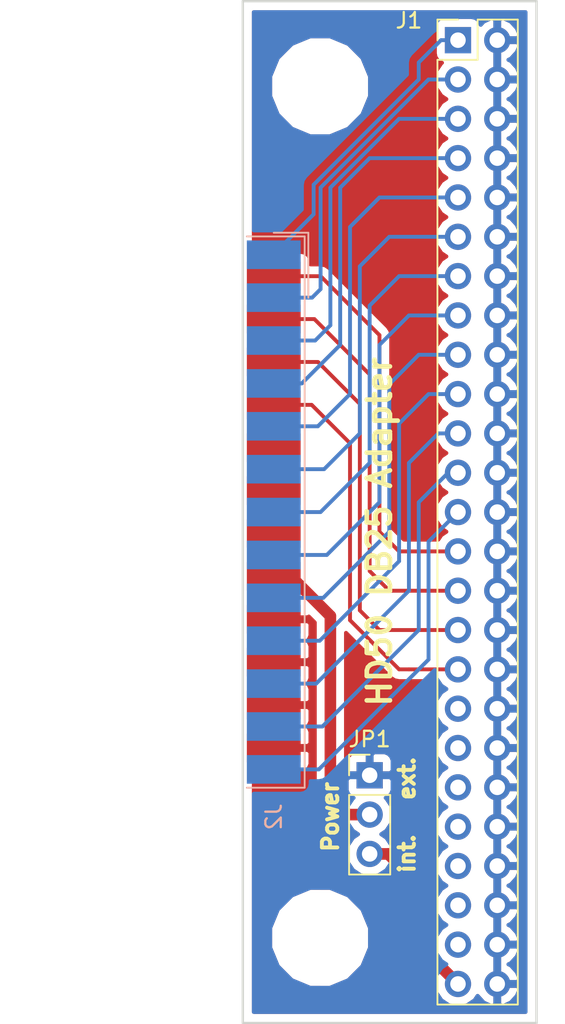
<source format=kicad_pcb>
(kicad_pcb (version 4) (host pcbnew 4.0.7)

  (general
    (links 51)
    (no_connects 0)
    (area 74.904999 79.954999 94.055001 146.105001)
    (thickness 1.6)
    (drawings 7)
    (tracks 103)
    (zones 0)
    (modules 5)
    (nets 28)
  )

  (page A4)
  (layers
    (0 F.Cu signal)
    (31 B.Cu signal)
    (32 B.Adhes user)
    (33 F.Adhes user)
    (34 B.Paste user)
    (35 F.Paste user)
    (36 B.SilkS user)
    (37 F.SilkS user)
    (38 B.Mask user)
    (39 F.Mask user)
    (40 Dwgs.User user)
    (41 Cmts.User user)
    (42 Eco1.User user)
    (43 Eco2.User user)
    (44 Edge.Cuts user)
    (45 Margin user)
    (46 B.CrtYd user)
    (47 F.CrtYd user)
    (48 B.Fab user)
    (49 F.Fab user)
  )

  (setup
    (last_trace_width 0.25)
    (trace_clearance 0.2)
    (zone_clearance 0.508)
    (zone_45_only no)
    (trace_min 0.2)
    (segment_width 0.2)
    (edge_width 0.15)
    (via_size 0.6)
    (via_drill 0.4)
    (via_min_size 0.4)
    (via_min_drill 0.3)
    (uvia_size 0.3)
    (uvia_drill 0.1)
    (uvias_allowed no)
    (uvia_min_size 0.2)
    (uvia_min_drill 0.1)
    (pcb_text_width 0.3)
    (pcb_text_size 1.5 1.5)
    (mod_edge_width 0.15)
    (mod_text_size 1 1)
    (mod_text_width 0.15)
    (pad_size 1.524 1.524)
    (pad_drill 0.762)
    (pad_to_mask_clearance 0.2)
    (aux_axis_origin 0 0)
    (grid_origin 93.98 113.03)
    (visible_elements FFFFFF7F)
    (pcbplotparams
      (layerselection 0x00030_80000001)
      (usegerberextensions false)
      (excludeedgelayer true)
      (linewidth 0.100000)
      (plotframeref false)
      (viasonmask false)
      (mode 1)
      (useauxorigin false)
      (hpglpennumber 1)
      (hpglpenspeed 20)
      (hpglpendiameter 15)
      (hpglpenoverlay 2)
      (psnegative false)
      (psa4output false)
      (plotreference true)
      (plotvalue true)
      (plotinvisibletext false)
      (padsonsilk false)
      (subtractmaskfromsilk false)
      (outputformat 1)
      (mirror false)
      (drillshape 1)
      (scaleselection 1)
      (outputdirectory ""))
  )

  (net 0 "")
  (net 1 "Net-(J1-Pad1)")
  (net 2 GND)
  (net 3 "Net-(J1-Pad3)")
  (net 4 "Net-(J1-Pad5)")
  (net 5 "Net-(J1-Pad7)")
  (net 6 "Net-(J1-Pad9)")
  (net 7 "Net-(J1-Pad11)")
  (net 8 "Net-(J1-Pad13)")
  (net 9 "Net-(J1-Pad15)")
  (net 10 "Net-(J1-Pad17)")
  (net 11 "Net-(J1-Pad19)")
  (net 12 "Net-(J1-Pad21)")
  (net 13 "Net-(J1-Pad23)")
  (net 14 "Net-(J1-Pad25)")
  (net 15 "Net-(J1-Pad27)")
  (net 16 "Net-(J1-Pad29)")
  (net 17 "Net-(J1-Pad31)")
  (net 18 "Net-(J1-Pad33)")
  (net 19 "Net-(J1-Pad35)")
  (net 20 "Net-(J1-Pad37)")
  (net 21 "Net-(J1-Pad39)")
  (net 22 "Net-(J1-Pad41)")
  (net 23 "Net-(J1-Pad43)")
  (net 24 "Net-(J1-Pad45)")
  (net 25 "Net-(J1-Pad47)")
  (net 26 "Net-(J1-Pad49)")
  (net 27 "Net-(J2-Pad18)")

  (net_class Default "This is the default net class."
    (clearance 0.2)
    (trace_width 0.25)
    (via_dia 0.6)
    (via_drill 0.4)
    (uvia_dia 0.3)
    (uvia_drill 0.1)
    (add_net "Net-(J1-Pad1)")
    (add_net "Net-(J1-Pad11)")
    (add_net "Net-(J1-Pad13)")
    (add_net "Net-(J1-Pad15)")
    (add_net "Net-(J1-Pad17)")
    (add_net "Net-(J1-Pad19)")
    (add_net "Net-(J1-Pad21)")
    (add_net "Net-(J1-Pad23)")
    (add_net "Net-(J1-Pad25)")
    (add_net "Net-(J1-Pad27)")
    (add_net "Net-(J1-Pad29)")
    (add_net "Net-(J1-Pad3)")
    (add_net "Net-(J1-Pad31)")
    (add_net "Net-(J1-Pad33)")
    (add_net "Net-(J1-Pad35)")
    (add_net "Net-(J1-Pad37)")
    (add_net "Net-(J1-Pad39)")
    (add_net "Net-(J1-Pad41)")
    (add_net "Net-(J1-Pad43)")
    (add_net "Net-(J1-Pad45)")
    (add_net "Net-(J1-Pad47)")
    (add_net "Net-(J1-Pad5)")
    (add_net "Net-(J1-Pad7)")
    (add_net "Net-(J1-Pad9)")
  )

  (net_class power ""
    (clearance 0.3)
    (trace_width 0.75)
    (via_dia 1.2)
    (via_drill 0.8)
    (uvia_dia 0.3)
    (uvia_drill 0.1)
    (add_net GND)
    (add_net "Net-(J1-Pad49)")
    (add_net "Net-(J2-Pad18)")
  )

  (module Connectors_DSub:DSUB-25_Female_EdgeMount_Pitch2.77mm (layer B.Cu) (tedit 5A11BEE5) (tstamp 5A10219E)
    (at 76.98 113.03 90)
    (descr "25-pin D-Sub connector, solder-cups edge-mounted, female, x-pin-pitch 2.77mm, distance of mounting holes 47.1mm, see https://disti-assets.s3.amazonaws.com/tonar/files/datasheets/16730.pdf")
    (tags "25-pin D-Sub connector edge mount solder cup female x-pin-pitch 2.77mm mounting holes distance 47.1mm")
    (path /5A0F8290)
    (attr smd)
    (fp_text reference J2 (at -19.685 0 90) (layer B.SilkS)
      (effects (font (size 1 1) (thickness 0.15)) (justify mirror))
    )
    (fp_text value DB25_Female (at 0 -16.86 90) (layer B.Fab)
      (effects (font (size 1 1) (thickness 0.15)) (justify mirror))
    )
    (fp_line (start 16.02 0.91) (end 16.02 -1.99) (layer B.Fab) (width 0.1))
    (fp_line (start 16.02 -1.99) (end 17.22 -1.99) (layer B.Fab) (width 0.1))
    (fp_line (start 17.22 -1.99) (end 17.22 0.91) (layer B.Fab) (width 0.1))
    (fp_line (start 17.22 0.91) (end 16.02 0.91) (layer B.Fab) (width 0.1))
    (fp_line (start 13.25 0.91) (end 13.25 -1.99) (layer B.Fab) (width 0.1))
    (fp_line (start 13.25 -1.99) (end 14.45 -1.99) (layer B.Fab) (width 0.1))
    (fp_line (start 14.45 -1.99) (end 14.45 0.91) (layer B.Fab) (width 0.1))
    (fp_line (start 14.45 0.91) (end 13.25 0.91) (layer B.Fab) (width 0.1))
    (fp_line (start 10.48 0.91) (end 10.48 -1.99) (layer B.Fab) (width 0.1))
    (fp_line (start 10.48 -1.99) (end 11.68 -1.99) (layer B.Fab) (width 0.1))
    (fp_line (start 11.68 -1.99) (end 11.68 0.91) (layer B.Fab) (width 0.1))
    (fp_line (start 11.68 0.91) (end 10.48 0.91) (layer B.Fab) (width 0.1))
    (fp_line (start 7.71 0.91) (end 7.71 -1.99) (layer B.Fab) (width 0.1))
    (fp_line (start 7.71 -1.99) (end 8.91 -1.99) (layer B.Fab) (width 0.1))
    (fp_line (start 8.91 -1.99) (end 8.91 0.91) (layer B.Fab) (width 0.1))
    (fp_line (start 8.91 0.91) (end 7.71 0.91) (layer B.Fab) (width 0.1))
    (fp_line (start 4.94 0.91) (end 4.94 -1.99) (layer B.Fab) (width 0.1))
    (fp_line (start 4.94 -1.99) (end 6.14 -1.99) (layer B.Fab) (width 0.1))
    (fp_line (start 6.14 -1.99) (end 6.14 0.91) (layer B.Fab) (width 0.1))
    (fp_line (start 6.14 0.91) (end 4.94 0.91) (layer B.Fab) (width 0.1))
    (fp_line (start 2.17 0.91) (end 2.17 -1.99) (layer B.Fab) (width 0.1))
    (fp_line (start 2.17 -1.99) (end 3.37 -1.99) (layer B.Fab) (width 0.1))
    (fp_line (start 3.37 -1.99) (end 3.37 0.91) (layer B.Fab) (width 0.1))
    (fp_line (start 3.37 0.91) (end 2.17 0.91) (layer B.Fab) (width 0.1))
    (fp_line (start -0.6 0.91) (end -0.6 -1.99) (layer B.Fab) (width 0.1))
    (fp_line (start -0.6 -1.99) (end 0.6 -1.99) (layer B.Fab) (width 0.1))
    (fp_line (start 0.6 -1.99) (end 0.6 0.91) (layer B.Fab) (width 0.1))
    (fp_line (start 0.6 0.91) (end -0.6 0.91) (layer B.Fab) (width 0.1))
    (fp_line (start -3.37 0.91) (end -3.37 -1.99) (layer B.Fab) (width 0.1))
    (fp_line (start -3.37 -1.99) (end -2.17 -1.99) (layer B.Fab) (width 0.1))
    (fp_line (start -2.17 -1.99) (end -2.17 0.91) (layer B.Fab) (width 0.1))
    (fp_line (start -2.17 0.91) (end -3.37 0.91) (layer B.Fab) (width 0.1))
    (fp_line (start -6.14 0.91) (end -6.14 -1.99) (layer B.Fab) (width 0.1))
    (fp_line (start -6.14 -1.99) (end -4.94 -1.99) (layer B.Fab) (width 0.1))
    (fp_line (start -4.94 -1.99) (end -4.94 0.91) (layer B.Fab) (width 0.1))
    (fp_line (start -4.94 0.91) (end -6.14 0.91) (layer B.Fab) (width 0.1))
    (fp_line (start -8.91 0.91) (end -8.91 -1.99) (layer B.Fab) (width 0.1))
    (fp_line (start -8.91 -1.99) (end -7.71 -1.99) (layer B.Fab) (width 0.1))
    (fp_line (start -7.71 -1.99) (end -7.71 0.91) (layer B.Fab) (width 0.1))
    (fp_line (start -7.71 0.91) (end -8.91 0.91) (layer B.Fab) (width 0.1))
    (fp_line (start -11.68 0.91) (end -11.68 -1.99) (layer B.Fab) (width 0.1))
    (fp_line (start -11.68 -1.99) (end -10.48 -1.99) (layer B.Fab) (width 0.1))
    (fp_line (start -10.48 -1.99) (end -10.48 0.91) (layer B.Fab) (width 0.1))
    (fp_line (start -10.48 0.91) (end -11.68 0.91) (layer B.Fab) (width 0.1))
    (fp_line (start -14.45 0.91) (end -14.45 -1.99) (layer B.Fab) (width 0.1))
    (fp_line (start -14.45 -1.99) (end -13.25 -1.99) (layer B.Fab) (width 0.1))
    (fp_line (start -13.25 -1.99) (end -13.25 0.91) (layer B.Fab) (width 0.1))
    (fp_line (start -13.25 0.91) (end -14.45 0.91) (layer B.Fab) (width 0.1))
    (fp_line (start -17.22 0.91) (end -17.22 -1.99) (layer B.Fab) (width 0.1))
    (fp_line (start -17.22 -1.99) (end -16.02 -1.99) (layer B.Fab) (width 0.1))
    (fp_line (start -16.02 -1.99) (end -16.02 0.91) (layer B.Fab) (width 0.1))
    (fp_line (start -16.02 0.91) (end -17.22 0.91) (layer B.Fab) (width 0.1))
    (fp_line (start 14.635 0.91) (end 14.635 -1.99) (layer F.Fab) (width 0.1))
    (fp_line (start 14.635 -1.99) (end 15.835 -1.99) (layer F.Fab) (width 0.1))
    (fp_line (start 15.835 -1.99) (end 15.835 0.91) (layer F.Fab) (width 0.1))
    (fp_line (start 15.835 0.91) (end 14.635 0.91) (layer F.Fab) (width 0.1))
    (fp_line (start 11.865 0.91) (end 11.865 -1.99) (layer F.Fab) (width 0.1))
    (fp_line (start 11.865 -1.99) (end 13.065 -1.99) (layer F.Fab) (width 0.1))
    (fp_line (start 13.065 -1.99) (end 13.065 0.91) (layer F.Fab) (width 0.1))
    (fp_line (start 13.065 0.91) (end 11.865 0.91) (layer F.Fab) (width 0.1))
    (fp_line (start 9.095 0.91) (end 9.095 -1.99) (layer F.Fab) (width 0.1))
    (fp_line (start 9.095 -1.99) (end 10.295 -1.99) (layer F.Fab) (width 0.1))
    (fp_line (start 10.295 -1.99) (end 10.295 0.91) (layer F.Fab) (width 0.1))
    (fp_line (start 10.295 0.91) (end 9.095 0.91) (layer F.Fab) (width 0.1))
    (fp_line (start 6.325 0.91) (end 6.325 -1.99) (layer F.Fab) (width 0.1))
    (fp_line (start 6.325 -1.99) (end 7.525 -1.99) (layer F.Fab) (width 0.1))
    (fp_line (start 7.525 -1.99) (end 7.525 0.91) (layer F.Fab) (width 0.1))
    (fp_line (start 7.525 0.91) (end 6.325 0.91) (layer F.Fab) (width 0.1))
    (fp_line (start 3.555 0.91) (end 3.555 -1.99) (layer F.Fab) (width 0.1))
    (fp_line (start 3.555 -1.99) (end 4.755 -1.99) (layer F.Fab) (width 0.1))
    (fp_line (start 4.755 -1.99) (end 4.755 0.91) (layer F.Fab) (width 0.1))
    (fp_line (start 4.755 0.91) (end 3.555 0.91) (layer F.Fab) (width 0.1))
    (fp_line (start 0.785 0.91) (end 0.785 -1.99) (layer F.Fab) (width 0.1))
    (fp_line (start 0.785 -1.99) (end 1.985 -1.99) (layer F.Fab) (width 0.1))
    (fp_line (start 1.985 -1.99) (end 1.985 0.91) (layer F.Fab) (width 0.1))
    (fp_line (start 1.985 0.91) (end 0.785 0.91) (layer F.Fab) (width 0.1))
    (fp_line (start -1.985 0.91) (end -1.985 -1.99) (layer F.Fab) (width 0.1))
    (fp_line (start -1.985 -1.99) (end -0.785 -1.99) (layer F.Fab) (width 0.1))
    (fp_line (start -0.785 -1.99) (end -0.785 0.91) (layer F.Fab) (width 0.1))
    (fp_line (start -0.785 0.91) (end -1.985 0.91) (layer F.Fab) (width 0.1))
    (fp_line (start -4.755 0.91) (end -4.755 -1.99) (layer F.Fab) (width 0.1))
    (fp_line (start -4.755 -1.99) (end -3.555 -1.99) (layer F.Fab) (width 0.1))
    (fp_line (start -3.555 -1.99) (end -3.555 0.91) (layer F.Fab) (width 0.1))
    (fp_line (start -3.555 0.91) (end -4.755 0.91) (layer F.Fab) (width 0.1))
    (fp_line (start -7.525 0.91) (end -7.525 -1.99) (layer F.Fab) (width 0.1))
    (fp_line (start -7.525 -1.99) (end -6.325 -1.99) (layer F.Fab) (width 0.1))
    (fp_line (start -6.325 -1.99) (end -6.325 0.91) (layer F.Fab) (width 0.1))
    (fp_line (start -6.325 0.91) (end -7.525 0.91) (layer F.Fab) (width 0.1))
    (fp_line (start -10.295 0.91) (end -10.295 -1.99) (layer F.Fab) (width 0.1))
    (fp_line (start -10.295 -1.99) (end -9.095 -1.99) (layer F.Fab) (width 0.1))
    (fp_line (start -9.095 -1.99) (end -9.095 0.91) (layer F.Fab) (width 0.1))
    (fp_line (start -9.095 0.91) (end -10.295 0.91) (layer F.Fab) (width 0.1))
    (fp_line (start -13.065 0.91) (end -13.065 -1.99) (layer F.Fab) (width 0.1))
    (fp_line (start -13.065 -1.99) (end -11.865 -1.99) (layer F.Fab) (width 0.1))
    (fp_line (start -11.865 -1.99) (end -11.865 0.91) (layer F.Fab) (width 0.1))
    (fp_line (start -11.865 0.91) (end -13.065 0.91) (layer F.Fab) (width 0.1))
    (fp_line (start -15.835 0.91) (end -15.835 -1.99) (layer F.Fab) (width 0.1))
    (fp_line (start -15.835 -1.99) (end -14.635 -1.99) (layer F.Fab) (width 0.1))
    (fp_line (start -14.635 -1.99) (end -14.635 0.91) (layer F.Fab) (width 0.1))
    (fp_line (start -14.635 0.91) (end -15.835 0.91) (layer F.Fab) (width 0.1))
    (fp_line (start -18.55 -1.99) (end -18.55 -4.79) (layer B.Fab) (width 0.1))
    (fp_line (start -18.55 -4.79) (end 18.55 -4.79) (layer B.Fab) (width 0.1))
    (fp_line (start 18.55 -4.79) (end 18.55 -1.99) (layer B.Fab) (width 0.1))
    (fp_line (start 18.55 -1.99) (end -18.55 -1.99) (layer B.Fab) (width 0.1))
    (fp_line (start -19.55 -4.79) (end -19.55 -9.29) (layer B.Fab) (width 0.1))
    (fp_line (start -19.55 -9.29) (end 19.55 -9.29) (layer B.Fab) (width 0.1))
    (fp_line (start 19.55 -9.29) (end 19.55 -4.79) (layer B.Fab) (width 0.1))
    (fp_line (start 19.55 -4.79) (end -19.55 -4.79) (layer B.Fab) (width 0.1))
    (fp_line (start -26.55 -9.29) (end -26.55 -9.69) (layer B.Fab) (width 0.1))
    (fp_line (start -26.55 -9.69) (end 26.55 -9.69) (layer B.Fab) (width 0.1))
    (fp_line (start 26.55 -9.69) (end 26.55 -9.29) (layer B.Fab) (width 0.1))
    (fp_line (start 26.55 -9.29) (end -26.55 -9.29) (layer B.Fab) (width 0.1))
    (fp_line (start -19.15 -9.69) (end -19.15 -15.86) (layer B.Fab) (width 0.1))
    (fp_line (start -19.15 -15.86) (end 19.15 -15.86) (layer B.Fab) (width 0.1))
    (fp_line (start 19.15 -15.86) (end 19.15 -9.69) (layer B.Fab) (width 0.1))
    (fp_line (start 19.15 -9.69) (end -19.15 -9.69) (layer B.Fab) (width 0.1))
    (fp_line (start -18.05 2.25) (end 18.05 2.25) (layer B.CrtYd) (width 0.05))
    (fp_line (start 18.05 2.25) (end 18.05 -1.5) (layer B.CrtYd) (width 0.05))
    (fp_line (start 18.05 -1.5) (end 19.05 -1.5) (layer B.CrtYd) (width 0.05))
    (fp_line (start 19.05 -1.5) (end 19.05 -4.3) (layer B.CrtYd) (width 0.05))
    (fp_line (start 19.05 -4.3) (end 20.05 -4.3) (layer B.CrtYd) (width 0.05))
    (fp_line (start 20.05 -4.3) (end 20.05 -8.8) (layer B.CrtYd) (width 0.05))
    (fp_line (start 20.05 -8.8) (end 27.05 -8.8) (layer B.CrtYd) (width 0.05))
    (fp_line (start 27.05 -8.8) (end 27.05 -10.2) (layer B.CrtYd) (width 0.05))
    (fp_line (start 27.05 -10.2) (end 19.65 -10.2) (layer B.CrtYd) (width 0.05))
    (fp_line (start 19.65 -10.2) (end 19.65 -16.4) (layer B.CrtYd) (width 0.05))
    (fp_line (start 19.65 -16.4) (end -19.65 -16.4) (layer B.CrtYd) (width 0.05))
    (fp_line (start -19.65 -16.4) (end -19.65 -10.2) (layer B.CrtYd) (width 0.05))
    (fp_line (start -19.65 -10.2) (end -27.05 -10.2) (layer B.CrtYd) (width 0.05))
    (fp_line (start -27.05 -10.2) (end -27.05 -8.8) (layer B.CrtYd) (width 0.05))
    (fp_line (start -27.05 -8.8) (end -20.05 -8.8) (layer B.CrtYd) (width 0.05))
    (fp_line (start -20.05 -8.8) (end -20.05 -4.3) (layer B.CrtYd) (width 0.05))
    (fp_line (start -20.05 -4.3) (end -19.05 -4.3) (layer B.CrtYd) (width 0.05))
    (fp_line (start -19.05 -4.3) (end -19.05 -1.5) (layer B.CrtYd) (width 0.05))
    (fp_line (start -19.05 -1.5) (end -18.05 -1.5) (layer B.CrtYd) (width 0.05))
    (fp_line (start -18.05 -1.5) (end -18.05 2.25) (layer B.CrtYd) (width 0.05))
    (fp_line (start 17.803333 -1.74) (end 17.803333 2) (layer B.SilkS) (width 0.12))
    (fp_line (start 17.803333 2) (end -17.803333 2) (layer B.SilkS) (width 0.12))
    (fp_line (start -17.803333 2) (end -17.803333 -1.74) (layer B.SilkS) (width 0.12))
    (fp_line (start 18.043333 0) (end 18.043333 2.24) (layer B.SilkS) (width 0.12))
    (fp_line (start 18.043333 2.24) (end 13.85 2.24) (layer B.SilkS) (width 0.12))
    (fp_line (start -26.55 -1.99) (end 26.55 -1.99) (layer Dwgs.User) (width 0.05))
    (fp_text user %R (at 0 -3.39 90) (layer B.Fab)
      (effects (font (size 1 1) (thickness 0.15)) (justify mirror))
    )
    (fp_text user "PCB edge" (at -21.55 -1.323333 90) (layer Dwgs.User) hide
      (effects (font (size 0.5 0.5) (thickness 0.075)))
    )
    (pad 1 smd rect (at 16.62 0 90) (size 1.846667 3.48) (layers B.Cu B.Paste B.Mask)
      (net 1 "Net-(J1-Pad1)"))
    (pad 2 smd rect (at 13.85 0 90) (size 1.846667 3.48) (layers B.Cu B.Paste B.Mask)
      (net 3 "Net-(J1-Pad3)"))
    (pad 3 smd rect (at 11.08 0 90) (size 1.846667 3.48) (layers B.Cu B.Paste B.Mask)
      (net 4 "Net-(J1-Pad5)"))
    (pad 4 smd rect (at 8.31 0 90) (size 1.846667 3.48) (layers B.Cu B.Paste B.Mask)
      (net 5 "Net-(J1-Pad7)"))
    (pad 5 smd rect (at 5.54 0 90) (size 1.846667 3.48) (layers B.Cu B.Paste B.Mask)
      (net 6 "Net-(J1-Pad9)"))
    (pad 6 smd rect (at 2.77 0 90) (size 1.846667 3.48) (layers B.Cu B.Paste B.Mask)
      (net 7 "Net-(J1-Pad11)"))
    (pad 7 smd rect (at 0 0 90) (size 1.846667 3.48) (layers B.Cu B.Paste B.Mask)
      (net 8 "Net-(J1-Pad13)"))
    (pad 8 smd rect (at -2.77 0 90) (size 1.846667 3.48) (layers B.Cu B.Paste B.Mask)
      (net 9 "Net-(J1-Pad15)"))
    (pad 9 smd rect (at -5.54 0 90) (size 1.846667 3.48) (layers B.Cu B.Paste B.Mask)
      (net 10 "Net-(J1-Pad17)"))
    (pad 10 smd rect (at -8.31 0 90) (size 1.846667 3.48) (layers B.Cu B.Paste B.Mask)
      (net 11 "Net-(J1-Pad19)"))
    (pad 11 smd rect (at -11.08 0 90) (size 1.846667 3.48) (layers B.Cu B.Paste B.Mask)
      (net 12 "Net-(J1-Pad21)"))
    (pad 12 smd rect (at -13.85 0 90) (size 1.846667 3.48) (layers B.Cu B.Paste B.Mask)
      (net 13 "Net-(J1-Pad23)"))
    (pad 13 smd rect (at -16.62 0 90) (size 1.846667 3.48) (layers B.Cu B.Paste B.Mask)
      (net 14 "Net-(J1-Pad25)"))
    (pad 14 smd rect (at 15.235 0 90) (size 1.846667 3.48) (layers F.Cu F.Paste F.Mask)
      (net 15 "Net-(J1-Pad27)"))
    (pad 15 smd rect (at 12.465 0 90) (size 1.846667 3.48) (layers F.Cu F.Paste F.Mask)
      (net 16 "Net-(J1-Pad29)"))
    (pad 16 smd rect (at 9.695 0 90) (size 1.846667 3.48) (layers F.Cu F.Paste F.Mask)
      (net 17 "Net-(J1-Pad31)"))
    (pad 17 smd rect (at 6.925 0 90) (size 1.846667 3.48) (layers F.Cu F.Paste F.Mask)
      (net 18 "Net-(J1-Pad33)"))
    (pad 18 smd rect (at 4.155 0 90) (size 1.846667 3.48) (layers F.Cu F.Paste F.Mask)
      (net 27 "Net-(J2-Pad18)"))
    (pad 19 smd rect (at 1.385 0 90) (size 1.846667 3.48) (layers F.Cu F.Paste F.Mask)
      (net 27 "Net-(J2-Pad18)"))
    (pad 20 smd rect (at -1.385 0 90) (size 1.846667 3.48) (layers F.Cu F.Paste F.Mask)
      (net 27 "Net-(J2-Pad18)"))
    (pad 21 smd rect (at -4.155 0 90) (size 1.846667 3.48) (layers F.Cu F.Paste F.Mask)
      (net 27 "Net-(J2-Pad18)"))
    (pad 22 smd rect (at -6.925 0 90) (size 1.846667 3.48) (layers F.Cu F.Paste F.Mask)
      (net 2 GND))
    (pad 23 smd rect (at -9.695 0 90) (size 1.846667 3.48) (layers F.Cu F.Paste F.Mask)
      (net 2 GND))
    (pad 24 smd rect (at -12.465 0 90) (size 1.846667 3.48) (layers F.Cu F.Paste F.Mask)
      (net 2 GND))
    (pad 25 smd rect (at -15.235 0 90) (size 1.846667 3.48) (layers F.Cu F.Paste F.Mask)
      (net 2 GND))
    (model ${KISYS3DMOD}/Connectors_DSub.3dshapes/DSUB-25_Female_EdgeMount_Pitch2.77mm.wrl
      (at (xyz 0 0 0))
      (scale (xyz 1 1 1))
      (rotate (xyz 0 0 0))
    )
  )

  (module Pin_Headers:Pin_Header_Straight_2x25_Pitch2.54mm (layer F.Cu) (tedit 5A102E9C) (tstamp 5A102181)
    (at 88.9 82.55)
    (descr "Through hole straight pin header, 2x25, 2.54mm pitch, double rows")
    (tags "Through hole pin header THT 2x25 2.54mm double row")
    (path /5A0F81B0)
    (fp_text reference J1 (at -3.175 -1.27) (layer F.SilkS)
      (effects (font (size 1 1) (thickness 0.15)))
    )
    (fp_text value Conn_02x25_Odd_Even (at 6.08 52.48 90) (layer F.Fab)
      (effects (font (size 1 1) (thickness 0.15)))
    )
    (fp_line (start 0 -1.27) (end 3.81 -1.27) (layer F.Fab) (width 0.1))
    (fp_line (start 3.81 -1.27) (end 3.81 62.23) (layer F.Fab) (width 0.1))
    (fp_line (start 3.81 62.23) (end -1.27 62.23) (layer F.Fab) (width 0.1))
    (fp_line (start -1.27 62.23) (end -1.27 0) (layer F.Fab) (width 0.1))
    (fp_line (start -1.27 0) (end 0 -1.27) (layer F.Fab) (width 0.1))
    (fp_line (start -1.33 62.29) (end 3.87 62.29) (layer F.SilkS) (width 0.12))
    (fp_line (start -1.33 1.27) (end -1.33 62.29) (layer F.SilkS) (width 0.12))
    (fp_line (start 3.87 -1.33) (end 3.87 62.29) (layer F.SilkS) (width 0.12))
    (fp_line (start -1.33 1.27) (end 1.27 1.27) (layer F.SilkS) (width 0.12))
    (fp_line (start 1.27 1.27) (end 1.27 -1.33) (layer F.SilkS) (width 0.12))
    (fp_line (start 1.27 -1.33) (end 3.87 -1.33) (layer F.SilkS) (width 0.12))
    (fp_line (start -1.33 0) (end -1.33 -1.33) (layer F.SilkS) (width 0.12))
    (fp_line (start -1.33 -1.33) (end 0 -1.33) (layer F.SilkS) (width 0.12))
    (fp_line (start -1.8 -1.8) (end -1.8 62.75) (layer F.CrtYd) (width 0.05))
    (fp_line (start -1.8 62.75) (end 4.35 62.75) (layer F.CrtYd) (width 0.05))
    (fp_line (start 4.35 62.75) (end 4.35 -1.8) (layer F.CrtYd) (width 0.05))
    (fp_line (start 4.35 -1.8) (end -1.8 -1.8) (layer F.CrtYd) (width 0.05))
    (fp_text user %R (at 1.27 30.48 90) (layer F.Fab)
      (effects (font (size 1 1) (thickness 0.15)))
    )
    (pad 1 thru_hole rect (at 0 0) (size 1.7 1.7) (drill 1) (layers *.Cu *.Mask)
      (net 1 "Net-(J1-Pad1)"))
    (pad 2 thru_hole oval (at 2.54 0) (size 1.7 1.7) (drill 1) (layers *.Cu *.Mask)
      (net 2 GND))
    (pad 3 thru_hole oval (at 0 2.54) (size 1.7 1.7) (drill 1) (layers *.Cu *.Mask)
      (net 3 "Net-(J1-Pad3)"))
    (pad 4 thru_hole oval (at 2.54 2.54) (size 1.7 1.7) (drill 1) (layers *.Cu *.Mask)
      (net 2 GND))
    (pad 5 thru_hole oval (at 0 5.08) (size 1.7 1.7) (drill 1) (layers *.Cu *.Mask)
      (net 4 "Net-(J1-Pad5)"))
    (pad 6 thru_hole oval (at 2.54 5.08) (size 1.7 1.7) (drill 1) (layers *.Cu *.Mask)
      (net 2 GND))
    (pad 7 thru_hole oval (at 0 7.62) (size 1.7 1.7) (drill 1) (layers *.Cu *.Mask)
      (net 5 "Net-(J1-Pad7)"))
    (pad 8 thru_hole oval (at 2.54 7.62) (size 1.7 1.7) (drill 1) (layers *.Cu *.Mask)
      (net 2 GND))
    (pad 9 thru_hole oval (at 0 10.16) (size 1.7 1.7) (drill 1) (layers *.Cu *.Mask)
      (net 6 "Net-(J1-Pad9)"))
    (pad 10 thru_hole oval (at 2.54 10.16) (size 1.7 1.7) (drill 1) (layers *.Cu *.Mask)
      (net 2 GND))
    (pad 11 thru_hole oval (at 0 12.7) (size 1.7 1.7) (drill 1) (layers *.Cu *.Mask)
      (net 7 "Net-(J1-Pad11)"))
    (pad 12 thru_hole oval (at 2.54 12.7) (size 1.7 1.7) (drill 1) (layers *.Cu *.Mask)
      (net 2 GND))
    (pad 13 thru_hole oval (at 0 15.24) (size 1.7 1.7) (drill 1) (layers *.Cu *.Mask)
      (net 8 "Net-(J1-Pad13)"))
    (pad 14 thru_hole oval (at 2.54 15.24) (size 1.7 1.7) (drill 1) (layers *.Cu *.Mask)
      (net 2 GND))
    (pad 15 thru_hole oval (at 0 17.78) (size 1.7 1.7) (drill 1) (layers *.Cu *.Mask)
      (net 9 "Net-(J1-Pad15)"))
    (pad 16 thru_hole oval (at 2.54 17.78) (size 1.7 1.7) (drill 1) (layers *.Cu *.Mask)
      (net 2 GND))
    (pad 17 thru_hole oval (at 0 20.32) (size 1.7 1.7) (drill 1) (layers *.Cu *.Mask)
      (net 10 "Net-(J1-Pad17)"))
    (pad 18 thru_hole oval (at 2.54 20.32) (size 1.7 1.7) (drill 1) (layers *.Cu *.Mask)
      (net 2 GND))
    (pad 19 thru_hole oval (at 0 22.86) (size 1.7 1.7) (drill 1) (layers *.Cu *.Mask)
      (net 11 "Net-(J1-Pad19)"))
    (pad 20 thru_hole oval (at 2.54 22.86) (size 1.7 1.7) (drill 1) (layers *.Cu *.Mask)
      (net 2 GND))
    (pad 21 thru_hole oval (at 0 25.4) (size 1.7 1.7) (drill 1) (layers *.Cu *.Mask)
      (net 12 "Net-(J1-Pad21)"))
    (pad 22 thru_hole oval (at 2.54 25.4) (size 1.7 1.7) (drill 1) (layers *.Cu *.Mask)
      (net 2 GND))
    (pad 23 thru_hole oval (at 0 27.94) (size 1.7 1.7) (drill 1) (layers *.Cu *.Mask)
      (net 13 "Net-(J1-Pad23)"))
    (pad 24 thru_hole oval (at 2.54 27.94) (size 1.7 1.7) (drill 1) (layers *.Cu *.Mask)
      (net 2 GND))
    (pad 25 thru_hole oval (at 0 30.48) (size 1.7 1.7) (drill 1) (layers *.Cu *.Mask)
      (net 14 "Net-(J1-Pad25)"))
    (pad 26 thru_hole oval (at 2.54 30.48) (size 1.7 1.7) (drill 1) (layers *.Cu *.Mask)
      (net 2 GND))
    (pad 27 thru_hole oval (at 0 33.02) (size 1.7 1.7) (drill 1) (layers *.Cu *.Mask)
      (net 15 "Net-(J1-Pad27)"))
    (pad 28 thru_hole oval (at 2.54 33.02) (size 1.7 1.7) (drill 1) (layers *.Cu *.Mask)
      (net 2 GND))
    (pad 29 thru_hole oval (at 0 35.56) (size 1.7 1.7) (drill 1) (layers *.Cu *.Mask)
      (net 16 "Net-(J1-Pad29)"))
    (pad 30 thru_hole oval (at 2.54 35.56) (size 1.7 1.7) (drill 1) (layers *.Cu *.Mask)
      (net 2 GND))
    (pad 31 thru_hole oval (at 0 38.1) (size 1.7 1.7) (drill 1) (layers *.Cu *.Mask)
      (net 17 "Net-(J1-Pad31)"))
    (pad 32 thru_hole oval (at 2.54 38.1) (size 1.7 1.7) (drill 1) (layers *.Cu *.Mask)
      (net 2 GND))
    (pad 33 thru_hole oval (at 0 40.64) (size 1.7 1.7) (drill 1) (layers *.Cu *.Mask)
      (net 18 "Net-(J1-Pad33)"))
    (pad 34 thru_hole oval (at 2.54 40.64) (size 1.7 1.7) (drill 1) (layers *.Cu *.Mask)
      (net 2 GND))
    (pad 35 thru_hole oval (at 0 43.18) (size 1.7 1.7) (drill 1) (layers *.Cu *.Mask)
      (net 19 "Net-(J1-Pad35)"))
    (pad 36 thru_hole oval (at 2.54 43.18) (size 1.7 1.7) (drill 1) (layers *.Cu *.Mask)
      (net 2 GND))
    (pad 37 thru_hole oval (at 0 45.72) (size 1.7 1.7) (drill 1) (layers *.Cu *.Mask)
      (net 20 "Net-(J1-Pad37)"))
    (pad 38 thru_hole oval (at 2.54 45.72) (size 1.7 1.7) (drill 1) (layers *.Cu *.Mask)
      (net 2 GND))
    (pad 39 thru_hole oval (at 0 48.26) (size 1.7 1.7) (drill 1) (layers *.Cu *.Mask)
      (net 21 "Net-(J1-Pad39)"))
    (pad 40 thru_hole oval (at 2.54 48.26) (size 1.7 1.7) (drill 1) (layers *.Cu *.Mask)
      (net 2 GND))
    (pad 41 thru_hole oval (at 0 50.8) (size 1.7 1.7) (drill 1) (layers *.Cu *.Mask)
      (net 22 "Net-(J1-Pad41)"))
    (pad 42 thru_hole oval (at 2.54 50.8) (size 1.7 1.7) (drill 1) (layers *.Cu *.Mask)
      (net 2 GND))
    (pad 43 thru_hole oval (at 0 53.34) (size 1.7 1.7) (drill 1) (layers *.Cu *.Mask)
      (net 23 "Net-(J1-Pad43)"))
    (pad 44 thru_hole oval (at 2.54 53.34) (size 1.7 1.7) (drill 1) (layers *.Cu *.Mask)
      (net 2 GND))
    (pad 45 thru_hole oval (at 0 55.88) (size 1.7 1.7) (drill 1) (layers *.Cu *.Mask)
      (net 24 "Net-(J1-Pad45)"))
    (pad 46 thru_hole oval (at 2.54 55.88) (size 1.7 1.7) (drill 1) (layers *.Cu *.Mask)
      (net 2 GND))
    (pad 47 thru_hole oval (at 0 58.42) (size 1.7 1.7) (drill 1) (layers *.Cu *.Mask)
      (net 25 "Net-(J1-Pad47)"))
    (pad 48 thru_hole oval (at 2.54 58.42) (size 1.7 1.7) (drill 1) (layers *.Cu *.Mask)
      (net 2 GND))
    (pad 49 thru_hole oval (at 0 60.96) (size 1.7 1.7) (drill 1) (layers *.Cu *.Mask)
      (net 26 "Net-(J1-Pad49)"))
    (pad 50 thru_hole oval (at 2.54 60.96) (size 1.7 1.7) (drill 1) (layers *.Cu *.Mask)
      (net 2 GND))
    (model ${KISYS3DMOD}/Pin_Headers.3dshapes/Pin_Header_Straight_2x25_Pitch2.54mm.wrl
      (at (xyz 0 0 0))
      (scale (xyz 1 1 1))
      (rotate (xyz 0 0 0))
    )
  )

  (module Mounting_Holes:MountingHole_3.2mm_M3_ISO7380 (layer F.Cu) (tedit 5A11BEDA) (tstamp 5A11D592)
    (at 79.98 85.53)
    (descr "Mounting Hole 3.2mm, no annular, M3, ISO7380")
    (tags "mounting hole 3.2mm no annular m3 iso7380")
    (clearance 1.5)
    (zone_connect 0)
    (attr virtual)
    (fp_text reference REF** (at 0 -3.85) (layer F.SilkS) hide
      (effects (font (size 1 1) (thickness 0.15)))
    )
    (fp_text value MountingHole_3.2mm_M3_ISO7380 (at 0 3.85) (layer F.Fab)
      (effects (font (size 1 1) (thickness 0.15)))
    )
    (fp_text user %R (at 0.3 0) (layer F.Fab)
      (effects (font (size 1 1) (thickness 0.15)))
    )
    (fp_circle (center 0 0) (end 2.85 0) (layer Cmts.User) (width 0.15))
    (fp_circle (center 0 0) (end 3.1 0) (layer F.CrtYd) (width 0.05))
    (pad 1 np_thru_hole circle (at 0 0) (size 3.2 3.2) (drill 3.2) (layers *.Cu *.Mask)
      (zone_connect 0))
  )

  (module Mounting_Holes:MountingHole_3.2mm_M3_ISO7380 (layer F.Cu) (tedit 5A11BEC7) (tstamp 5A11D593)
    (at 79.98 140.53)
    (descr "Mounting Hole 3.2mm, no annular, M3, ISO7380")
    (tags "mounting hole 3.2mm no annular m3 iso7380")
    (clearance 1.5)
    (zone_connect 0)
    (attr virtual)
    (fp_text reference REF** (at 0 -3.85) (layer F.SilkS) hide
      (effects (font (size 1 1) (thickness 0.15)))
    )
    (fp_text value MountingHole_3.2mm_M3_ISO7380 (at 0 3.85) (layer F.Fab)
      (effects (font (size 1 1) (thickness 0.15)))
    )
    (fp_text user %R (at 0.3 0) (layer F.Fab)
      (effects (font (size 1 1) (thickness 0.15)))
    )
    (fp_circle (center 0 0) (end 2.85 0) (layer Cmts.User) (width 0.15))
    (fp_circle (center 0 0) (end 3.1 0) (layer F.CrtYd) (width 0.05))
    (pad 1 np_thru_hole circle (at 0 0) (size 3.2 3.2) (drill 3.2) (layers *.Cu *.Mask)
      (zone_connect 0))
  )

  (module Pin_Headers:Pin_Header_Straight_1x03_Pitch2.54mm (layer F.Cu) (tedit 59650532) (tstamp 5A12353F)
    (at 83.185 130.03)
    (descr "Through hole straight pin header, 1x03, 2.54mm pitch, single row")
    (tags "Through hole pin header THT 1x03 2.54mm single row")
    (path /5A11B148)
    (fp_text reference JP1 (at 0 -2.33) (layer F.SilkS)
      (effects (font (size 1 1) (thickness 0.15)))
    )
    (fp_text value Jumper_NC_Dual (at 0 7.41) (layer F.Fab)
      (effects (font (size 1 1) (thickness 0.15)))
    )
    (fp_line (start -0.635 -1.27) (end 1.27 -1.27) (layer F.Fab) (width 0.1))
    (fp_line (start 1.27 -1.27) (end 1.27 6.35) (layer F.Fab) (width 0.1))
    (fp_line (start 1.27 6.35) (end -1.27 6.35) (layer F.Fab) (width 0.1))
    (fp_line (start -1.27 6.35) (end -1.27 -0.635) (layer F.Fab) (width 0.1))
    (fp_line (start -1.27 -0.635) (end -0.635 -1.27) (layer F.Fab) (width 0.1))
    (fp_line (start -1.33 6.41) (end 1.33 6.41) (layer F.SilkS) (width 0.12))
    (fp_line (start -1.33 1.27) (end -1.33 6.41) (layer F.SilkS) (width 0.12))
    (fp_line (start 1.33 1.27) (end 1.33 6.41) (layer F.SilkS) (width 0.12))
    (fp_line (start -1.33 1.27) (end 1.33 1.27) (layer F.SilkS) (width 0.12))
    (fp_line (start -1.33 0) (end -1.33 -1.33) (layer F.SilkS) (width 0.12))
    (fp_line (start -1.33 -1.33) (end 0 -1.33) (layer F.SilkS) (width 0.12))
    (fp_line (start -1.8 -1.8) (end -1.8 6.85) (layer F.CrtYd) (width 0.05))
    (fp_line (start -1.8 6.85) (end 1.8 6.85) (layer F.CrtYd) (width 0.05))
    (fp_line (start 1.8 6.85) (end 1.8 -1.8) (layer F.CrtYd) (width 0.05))
    (fp_line (start 1.8 -1.8) (end -1.8 -1.8) (layer F.CrtYd) (width 0.05))
    (fp_text user %R (at 0 2.54 90) (layer F.Fab)
      (effects (font (size 1 1) (thickness 0.15)))
    )
    (pad 1 thru_hole rect (at 0 0) (size 1.7 1.7) (drill 1) (layers *.Cu *.Mask)
      (net 2 GND))
    (pad 2 thru_hole oval (at 0 2.54) (size 1.7 1.7) (drill 1) (layers *.Cu *.Mask)
      (net 27 "Net-(J2-Pad18)"))
    (pad 3 thru_hole oval (at 0 5.08) (size 1.7 1.7) (drill 1) (layers *.Cu *.Mask)
      (net 26 "Net-(J1-Pad49)"))
    (model ${KISYS3DMOD}/Pin_Headers.3dshapes/Pin_Header_Straight_1x03_Pitch2.54mm.wrl
      (at (xyz 0 0 0))
      (scale (xyz 1 1 1))
      (rotate (xyz 0 0 0))
    )
  )

  (gr_text "int.   ext." (at 85.598 132.588 90) (layer F.SilkS)
    (effects (font (size 1 1) (thickness 0.25)))
  )
  (gr_text "HD50 DB25 Adapter" (at 83.82 114.3 90) (layer F.SilkS)
    (effects (font (size 1.5 1.5) (thickness 0.3)))
  )
  (gr_text Power (at 80.645 132.715 90) (layer F.SilkS)
    (effects (font (size 1 1) (thickness 0.25)))
  )
  (gr_line (start 93.98 80.03) (end 74.98 80.03) (angle 90) (layer Edge.Cuts) (width 0.15))
  (gr_line (start 93.98 146.03) (end 93.98 80.03) (angle 90) (layer Edge.Cuts) (width 0.15))
  (gr_line (start 74.98 146.03) (end 93.98 146.03) (angle 90) (layer Edge.Cuts) (width 0.15))
  (gr_line (start 74.98 80.03) (end 74.98 146.03) (angle 90) (layer Edge.Cuts) (width 0.15))

  (segment (start 88.9 82.55) (end 87.8 82.55) (width 0.25) (layer B.Cu) (net 1))
  (segment (start 87.8 82.55) (end 86.36 83.99) (width 0.25) (layer B.Cu) (net 1))
  (segment (start 77.47 95.885) (end 77.47 96.41) (width 0.25) (layer B.Cu) (net 1))
  (segment (start 86.36 83.99) (end 86.36 85.08577) (width 0.25) (layer B.Cu) (net 1))
  (segment (start 86.36 85.08577) (end 79.55999 91.88578) (width 0.25) (layer B.Cu) (net 1))
  (segment (start 79.55999 91.88578) (end 79.55999 93.79501) (width 0.25) (layer B.Cu) (net 1))
  (segment (start 79.55999 93.79501) (end 77.47 95.885) (width 0.25) (layer B.Cu) (net 1))
  (segment (start 88.9 85.09) (end 86.99218 85.09) (width 0.25) (layer B.Cu) (net 3))
  (segment (start 86.99218 85.09) (end 80.01 92.07218) (width 0.25) (layer B.Cu) (net 3))
  (segment (start 80.01 92.07218) (end 80.01 98.63) (width 0.25) (layer B.Cu) (net 3))
  (segment (start 80.01 98.63) (end 79.46 99.18) (width 0.25) (layer B.Cu) (net 3))
  (segment (start 79.46 99.18) (end 77.47 99.18) (width 0.25) (layer B.Cu) (net 3))
  (segment (start 88.265 87.63) (end 85.08859 87.63) (width 0.25) (layer B.Cu) (net 4))
  (segment (start 85.08859 87.63) (end 80.645 92.07359) (width 0.25) (layer B.Cu) (net 4))
  (segment (start 80.645 100.965) (end 79.66 101.95) (width 0.25) (layer B.Cu) (net 4))
  (segment (start 80.645 92.07359) (end 80.645 100.965) (width 0.25) (layer B.Cu) (net 4))
  (segment (start 79.66 101.95) (end 77.47 101.95) (width 0.25) (layer B.Cu) (net 4))
  (segment (start 88.265 90.17) (end 86.36 90.17) (width 0.25) (layer B.Cu) (net 5))
  (segment (start 81.28 102.235) (end 78.795 104.72) (width 0.25) (layer B.Cu) (net 5) (tstamp 5A10255A))
  (segment (start 81.28 102.235) (end 81.28 92.075) (width 0.25) (layer B.Cu) (net 5) (tstamp 5A102561))
  (segment (start 81.28 92.075) (end 83.185 90.17) (width 0.25) (layer B.Cu) (net 5) (tstamp 5A102566))
  (segment (start 83.185 90.17) (end 86.36 90.17) (width 0.25) (layer B.Cu) (net 5) (tstamp 5A102568))
  (segment (start 77.47 104.72) (end 78.795 104.72) (width 0.25) (layer B.Cu) (net 5))
  (segment (start 88.265 92.71) (end 86.36 92.71) (width 0.25) (layer B.Cu) (net 6))
  (segment (start 79.835 107.49) (end 81.915 105.41) (width 0.25) (layer B.Cu) (net 6) (tstamp 5A10262A))
  (segment (start 81.915 105.41) (end 81.915 94.615) (width 0.25) (layer B.Cu) (net 6) (tstamp 5A102631))
  (segment (start 81.915 94.615) (end 83.82 92.71) (width 0.25) (layer B.Cu) (net 6) (tstamp 5A102636))
  (segment (start 83.82 92.71) (end 86.36 92.71) (width 0.25) (layer B.Cu) (net 6) (tstamp 5A10263A))
  (segment (start 79.835 107.49) (end 77.47 107.49) (width 0.25) (layer B.Cu) (net 6))
  (segment (start 88.265 95.25) (end 86.36 95.25) (width 0.25) (layer B.Cu) (net 7))
  (segment (start 84.455 95.25) (end 82.55 97.155) (width 0.25) (layer B.Cu) (net 7) (tstamp 5A102642))
  (segment (start 82.55 97.155) (end 82.55 107.95) (width 0.25) (layer B.Cu) (net 7) (tstamp 5A102647))
  (segment (start 82.55 107.95) (end 80.24 110.26) (width 0.25) (layer B.Cu) (net 7) (tstamp 5A10264D))
  (segment (start 80.24 110.26) (end 77.47 110.26) (width 0.25) (layer B.Cu) (net 7) (tstamp 5A102651))
  (segment (start 86.36 95.25) (end 84.455 95.25) (width 0.25) (layer B.Cu) (net 7))
  (segment (start 88.265 97.79) (end 86.36 97.79) (width 0.25) (layer B.Cu) (net 8))
  (segment (start 85.09 97.79) (end 83.185 99.695) (width 0.25) (layer B.Cu) (net 8) (tstamp 5A102656))
  (segment (start 83.185 99.695) (end 83.185 109.855) (width 0.25) (layer B.Cu) (net 8) (tstamp 5A102659))
  (segment (start 83.185 109.855) (end 80.01 113.03) (width 0.25) (layer B.Cu) (net 8) (tstamp 5A102660))
  (segment (start 80.01 113.03) (end 77.47 113.03) (width 0.25) (layer B.Cu) (net 8) (tstamp 5A102666))
  (segment (start 86.36 97.79) (end 85.09 97.79) (width 0.25) (layer B.Cu) (net 8))
  (segment (start 88.265 100.33) (end 86.36 100.33) (width 0.25) (layer B.Cu) (net 9))
  (segment (start 80.415 115.8) (end 77.47 115.8) (width 0.25) (layer B.Cu) (net 9) (tstamp 5A10268B))
  (segment (start 83.82 112.395) (end 80.415 115.8) (width 0.25) (layer B.Cu) (net 9) (tstamp 5A10267F))
  (segment (start 83.82 102.235) (end 83.82 112.395) (width 0.25) (layer B.Cu) (net 9) (tstamp 5A102674))
  (segment (start 85.725 100.33) (end 83.82 102.235) (width 0.25) (layer B.Cu) (net 9) (tstamp 5A10266F))
  (segment (start 86.36 100.33) (end 85.725 100.33) (width 0.25) (layer B.Cu) (net 9))
  (segment (start 88.265 102.87) (end 86.36 102.87) (width 0.25) (layer B.Cu) (net 10))
  (segment (start 80.185 118.57) (end 77.47 118.57) (width 0.25) (layer B.Cu) (net 10) (tstamp 5A10273B))
  (segment (start 84.455 114.3) (end 80.185 118.57) (width 0.25) (layer B.Cu) (net 10) (tstamp 5A102739))
  (segment (start 84.455 104.775) (end 84.455 114.3) (width 0.25) (layer B.Cu) (net 10) (tstamp 5A102737))
  (segment (start 86.36 102.87) (end 84.455 104.775) (width 0.25) (layer B.Cu) (net 10) (tstamp 5A102736))
  (segment (start 88.265 105.41) (end 86.995 105.41) (width 0.25) (layer B.Cu) (net 11))
  (segment (start 86.995 105.41) (end 85.09 107.315) (width 0.25) (layer B.Cu) (net 11) (tstamp 5A10273F))
  (segment (start 85.09 107.315) (end 85.09 116.205) (width 0.25) (layer B.Cu) (net 11) (tstamp 5A102741))
  (segment (start 85.09 116.205) (end 79.955 121.34) (width 0.25) (layer B.Cu) (net 11) (tstamp 5A102743))
  (segment (start 79.955 121.34) (end 77.47 121.34) (width 0.25) (layer B.Cu) (net 11) (tstamp 5A102745))
  (segment (start 88.265 107.95) (end 87.63 107.95) (width 0.25) (layer B.Cu) (net 12))
  (segment (start 87.63 107.95) (end 85.725 109.855) (width 0.25) (layer B.Cu) (net 12) (tstamp 5A102749))
  (segment (start 85.725 109.855) (end 85.725 118.11) (width 0.25) (layer B.Cu) (net 12) (tstamp 5A10274A))
  (segment (start 85.725 118.11) (end 79.725 124.11) (width 0.25) (layer B.Cu) (net 12) (tstamp 5A10274C))
  (segment (start 79.725 124.11) (end 77.47 124.11) (width 0.25) (layer B.Cu) (net 12) (tstamp 5A10274E))
  (segment (start 88.265 110.49) (end 86.36 112.395) (width 0.25) (layer B.Cu) (net 13))
  (segment (start 80.13 126.88) (end 77.47 126.88) (width 0.25) (layer B.Cu) (net 13) (tstamp 5A102760))
  (segment (start 86.36 120.65) (end 80.13 126.88) (width 0.25) (layer B.Cu) (net 13) (tstamp 5A102754))
  (segment (start 86.36 112.395) (end 86.36 120.65) (width 0.25) (layer B.Cu) (net 13) (tstamp 5A102752))
  (segment (start 88.9 113.03) (end 86.995 114.935) (width 0.25) (layer B.Cu) (net 14))
  (segment (start 79.9 129.65) (end 77.47 129.65) (width 0.25) (layer B.Cu) (net 14) (tstamp 5A1027DF))
  (segment (start 86.995 122.555) (end 79.9 129.65) (width 0.25) (layer B.Cu) (net 14) (tstamp 5A1027DD))
  (segment (start 86.995 114.935) (end 86.995 122.555) (width 0.25) (layer B.Cu) (net 14) (tstamp 5A1027DC))
  (segment (start 80.015 97.795) (end 77.47 97.795) (width 0.25) (layer F.Cu) (net 15) (tstamp 5A10288B))
  (segment (start 83.82 101.6) (end 80.015 97.795) (width 0.25) (layer F.Cu) (net 15) (tstamp 5A102884))
  (segment (start 83.82 114.3) (end 83.82 101.6) (width 0.25) (layer F.Cu) (net 15) (tstamp 5A102883))
  (segment (start 85.09 115.57) (end 83.82 114.3) (width 0.25) (layer F.Cu) (net 15) (tstamp 5A10287E))
  (segment (start 88.9 115.57) (end 85.09 115.57) (width 0.25) (layer F.Cu) (net 15))
  (segment (start 88.9 118.11) (end 84.455 118.11) (width 0.25) (layer F.Cu) (net 16))
  (segment (start 79.61 100.565) (end 77.47 100.565) (width 0.25) (layer F.Cu) (net 16) (tstamp 5A10287A))
  (segment (start 83.185 104.14) (end 79.61 100.565) (width 0.25) (layer F.Cu) (net 16) (tstamp 5A102875))
  (segment (start 83.185 116.84) (end 83.185 104.14) (width 0.25) (layer F.Cu) (net 16) (tstamp 5A102871))
  (segment (start 84.455 118.11) (end 83.185 116.84) (width 0.25) (layer F.Cu) (net 16) (tstamp 5A10286C))
  (segment (start 88.9 120.65) (end 83.82 120.65) (width 0.25) (layer F.Cu) (net 17))
  (segment (start 79.84 103.335) (end 77.47 103.335) (width 0.25) (layer F.Cu) (net 17) (tstamp 5A10282F))
  (segment (start 82.55 106.045) (end 79.84 103.335) (width 0.25) (layer F.Cu) (net 17) (tstamp 5A10281C))
  (segment (start 82.55 119.38) (end 82.55 106.045) (width 0.25) (layer F.Cu) (net 17) (tstamp 5A102819))
  (segment (start 83.82 120.65) (end 82.55 119.38) (width 0.25) (layer F.Cu) (net 17) (tstamp 5A102814))
  (segment (start 88.9 123.19) (end 85.725 123.19) (width 0.25) (layer F.Cu) (net 18))
  (segment (start 79.435 106.105) (end 77.47 106.105) (width 0.25) (layer F.Cu) (net 18) (tstamp 5A10280E))
  (segment (start 81.915 108.585) (end 79.435 106.105) (width 0.25) (layer F.Cu) (net 18) (tstamp 5A10280D))
  (segment (start 81.915 120.015) (end 81.915 108.585) (width 0.25) (layer F.Cu) (net 18) (tstamp 5A102802))
  (segment (start 85.09 123.19) (end 81.915 120.015) (width 0.25) (layer F.Cu) (net 18) (tstamp 5A1027F9))
  (segment (start 85.725 123.19) (end 85.09 123.19) (width 0.25) (layer F.Cu) (net 18) (tstamp 5A1027F3))
  (segment (start 83.185 135.11) (end 84.387081 135.11) (width 0.75) (layer F.Cu) (net 26))
  (segment (start 84.387081 135.11) (end 86.36 137.082919) (width 0.75) (layer F.Cu) (net 26))
  (segment (start 86.36 140.97) (end 88.9 143.51) (width 0.75) (layer F.Cu) (net 26))
  (segment (start 86.36 137.082919) (end 86.36 140.97) (width 0.75) (layer F.Cu) (net 26))
  (segment (start 76.98 111.645) (end 76.98 108.875) (width 0.75) (layer F.Cu) (net 27))
  (segment (start 76.98 114.415) (end 76.98 111.645) (width 0.75) (layer F.Cu) (net 27))
  (segment (start 76.98 117.185) (end 76.98 114.415) (width 0.75) (layer F.Cu) (net 27))
  (segment (start 76.98 117.185) (end 78.088335 117.185) (width 0.75) (layer F.Cu) (net 27))
  (segment (start 78.088335 117.185) (end 80.645 119.741665) (width 0.75) (layer F.Cu) (net 27))
  (segment (start 80.645 119.741665) (end 80.645 131.445) (width 0.75) (layer F.Cu) (net 27))
  (segment (start 80.645 131.445) (end 81.77 132.57) (width 0.75) (layer F.Cu) (net 27))
  (segment (start 81.77 132.57) (end 83.185 132.57) (width 0.75) (layer F.Cu) (net 27))

  (zone (net 2) (net_name GND) (layer F.Cu) (tstamp 0) (hatch edge 0.508)
    (connect_pads (clearance 0.508))
    (min_thickness 0.254)
    (fill yes (arc_segments 16) (thermal_gap 0.508) (thermal_bridge_width 0.508))
    (polygon
      (pts
        (xy 74.98 80.03) (xy 93.98 80.03) (xy 93.98 146.03) (xy 74.98 146.03)
      )
    )
    (filled_polygon
      (pts
        (xy 93.27 145.32) (xy 75.69 145.32) (xy 75.69 141.169074) (xy 76.752441 141.169074) (xy 77.242687 142.355561)
        (xy 78.149664 143.264123) (xy 79.335294 143.756439) (xy 80.619074 143.757559) (xy 81.805561 143.267313) (xy 82.714123 142.360336)
        (xy 83.206439 141.174706) (xy 83.207559 139.890926) (xy 82.717313 138.704439) (xy 81.810336 137.795877) (xy 80.624706 137.303561)
        (xy 79.340926 137.302441) (xy 78.154439 137.792687) (xy 77.245877 138.699664) (xy 76.753561 139.885294) (xy 76.752441 141.169074)
        (xy 75.69 141.169074) (xy 75.69 129.823333) (xy 76.69425 129.823333) (xy 76.853 129.664583) (xy 76.853 128.392)
        (xy 77.107 128.392) (xy 77.107 129.664583) (xy 77.26575 129.823333) (xy 78.84631 129.823333) (xy 79.079699 129.72666)
        (xy 79.258327 129.548031) (xy 79.355 129.314642) (xy 79.355 128.55075) (xy 79.19625 128.392) (xy 77.107 128.392)
        (xy 76.853 128.392) (xy 76.833 128.392) (xy 76.833 128.138) (xy 76.853 128.138) (xy 76.853 125.622)
        (xy 77.107 125.622) (xy 77.107 128.138) (xy 79.19625 128.138) (xy 79.355 127.97925) (xy 79.355 127.215358)
        (xy 79.258327 126.981969) (xy 79.156359 126.88) (xy 79.258327 126.778031) (xy 79.355 126.544642) (xy 79.355 125.78075)
        (xy 79.19625 125.622) (xy 77.107 125.622) (xy 76.853 125.622) (xy 76.833 125.622) (xy 76.833 125.368)
        (xy 76.853 125.368) (xy 76.853 122.852) (xy 77.107 122.852) (xy 77.107 125.368) (xy 79.19625 125.368)
        (xy 79.355 125.20925) (xy 79.355 124.445358) (xy 79.258327 124.211969) (xy 79.156359 124.11) (xy 79.258327 124.008031)
        (xy 79.355 123.774642) (xy 79.355 123.01075) (xy 79.19625 122.852) (xy 77.107 122.852) (xy 76.853 122.852)
        (xy 76.833 122.852) (xy 76.833 122.598) (xy 76.853 122.598) (xy 76.853 120.082) (xy 77.107 120.082)
        (xy 77.107 122.598) (xy 79.19625 122.598) (xy 79.355 122.43925) (xy 79.355 121.675358) (xy 79.258327 121.441969)
        (xy 79.156359 121.34) (xy 79.258327 121.238031) (xy 79.355 121.004642) (xy 79.355 120.24075) (xy 79.19625 120.082)
        (xy 77.107 120.082) (xy 76.853 120.082) (xy 76.833 120.082) (xy 76.833 119.828) (xy 76.853 119.828)
        (xy 76.853 119.808) (xy 77.107 119.808) (xy 77.107 119.828) (xy 79.19625 119.828) (xy 79.249615 119.774636)
        (xy 79.635 120.160021) (xy 79.635 131.445) (xy 79.711882 131.83151) (xy 79.930822 132.159178) (xy 81.055822 133.284178)
        (xy 81.38349 133.503118) (xy 81.77 133.58) (xy 82.07909 133.58) (xy 82.105853 133.620054) (xy 82.435026 133.84)
        (xy 82.105853 134.059946) (xy 81.783946 134.541715) (xy 81.670907 135.11) (xy 81.783946 135.678285) (xy 82.105853 136.160054)
        (xy 82.587622 136.481961) (xy 83.155907 136.595) (xy 83.214093 136.595) (xy 83.782378 136.481961) (xy 84.111065 136.26234)
        (xy 85.35 137.501275) (xy 85.35 140.97) (xy 85.426882 141.35651) (xy 85.645822 141.684178) (xy 87.400132 143.438488)
        (xy 87.385907 143.51) (xy 87.498946 144.078285) (xy 87.820853 144.560054) (xy 88.302622 144.881961) (xy 88.870907 144.995)
        (xy 88.929093 144.995) (xy 89.497378 144.881961) (xy 89.979147 144.560054) (xy 90.168345 144.276899) (xy 90.168355 144.276924)
        (xy 90.558642 144.705183) (xy 91.083108 144.951486) (xy 91.313 144.830819) (xy 91.313 143.637) (xy 91.567 143.637)
        (xy 91.567 144.830819) (xy 91.796892 144.951486) (xy 92.321358 144.705183) (xy 92.711645 144.276924) (xy 92.881476 143.86689)
        (xy 92.760155 143.637) (xy 91.567 143.637) (xy 91.313 143.637) (xy 91.293 143.637) (xy 91.293 143.383)
        (xy 91.313 143.383) (xy 91.313 141.097) (xy 91.567 141.097) (xy 91.567 143.383) (xy 92.760155 143.383)
        (xy 92.881476 143.15311) (xy 92.711645 142.743076) (xy 92.321358 142.314817) (xy 92.162046 142.24) (xy 92.321358 142.165183)
        (xy 92.711645 141.736924) (xy 92.881476 141.32689) (xy 92.760155 141.097) (xy 91.567 141.097) (xy 91.313 141.097)
        (xy 91.293 141.097) (xy 91.293 140.843) (xy 91.313 140.843) (xy 91.313 138.557) (xy 91.567 138.557)
        (xy 91.567 140.843) (xy 92.760155 140.843) (xy 92.881476 140.61311) (xy 92.711645 140.203076) (xy 92.321358 139.774817)
        (xy 92.162046 139.7) (xy 92.321358 139.625183) (xy 92.711645 139.196924) (xy 92.881476 138.78689) (xy 92.760155 138.557)
        (xy 91.567 138.557) (xy 91.313 138.557) (xy 91.293 138.557) (xy 91.293 138.303) (xy 91.313 138.303)
        (xy 91.313 136.017) (xy 91.567 136.017) (xy 91.567 138.303) (xy 92.760155 138.303) (xy 92.881476 138.07311)
        (xy 92.711645 137.663076) (xy 92.321358 137.234817) (xy 92.162046 137.16) (xy 92.321358 137.085183) (xy 92.711645 136.656924)
        (xy 92.881476 136.24689) (xy 92.760155 136.017) (xy 91.567 136.017) (xy 91.313 136.017) (xy 91.293 136.017)
        (xy 91.293 135.763) (xy 91.313 135.763) (xy 91.313 133.477) (xy 91.567 133.477) (xy 91.567 135.763)
        (xy 92.760155 135.763) (xy 92.881476 135.53311) (xy 92.711645 135.123076) (xy 92.321358 134.694817) (xy 92.162046 134.62)
        (xy 92.321358 134.545183) (xy 92.711645 134.116924) (xy 92.881476 133.70689) (xy 92.760155 133.477) (xy 91.567 133.477)
        (xy 91.313 133.477) (xy 91.293 133.477) (xy 91.293 133.223) (xy 91.313 133.223) (xy 91.313 130.937)
        (xy 91.567 130.937) (xy 91.567 133.223) (xy 92.760155 133.223) (xy 92.881476 132.99311) (xy 92.711645 132.583076)
        (xy 92.321358 132.154817) (xy 92.162046 132.08) (xy 92.321358 132.005183) (xy 92.711645 131.576924) (xy 92.881476 131.16689)
        (xy 92.760155 130.937) (xy 91.567 130.937) (xy 91.313 130.937) (xy 91.293 130.937) (xy 91.293 130.683)
        (xy 91.313 130.683) (xy 91.313 128.397) (xy 91.567 128.397) (xy 91.567 130.683) (xy 92.760155 130.683)
        (xy 92.881476 130.45311) (xy 92.711645 130.043076) (xy 92.321358 129.614817) (xy 92.162046 129.54) (xy 92.321358 129.465183)
        (xy 92.711645 129.036924) (xy 92.881476 128.62689) (xy 92.760155 128.397) (xy 91.567 128.397) (xy 91.313 128.397)
        (xy 91.293 128.397) (xy 91.293 128.143) (xy 91.313 128.143) (xy 91.313 125.857) (xy 91.567 125.857)
        (xy 91.567 128.143) (xy 92.760155 128.143) (xy 92.881476 127.91311) (xy 92.711645 127.503076) (xy 92.321358 127.074817)
        (xy 92.162046 127) (xy 92.321358 126.925183) (xy 92.711645 126.496924) (xy 92.881476 126.08689) (xy 92.760155 125.857)
        (xy 91.567 125.857) (xy 91.313 125.857) (xy 91.293 125.857) (xy 91.293 125.603) (xy 91.313 125.603)
        (xy 91.313 123.317) (xy 91.567 123.317) (xy 91.567 125.603) (xy 92.760155 125.603) (xy 92.881476 125.37311)
        (xy 92.711645 124.963076) (xy 92.321358 124.534817) (xy 92.162046 124.46) (xy 92.321358 124.385183) (xy 92.711645 123.956924)
        (xy 92.881476 123.54689) (xy 92.760155 123.317) (xy 91.567 123.317) (xy 91.313 123.317) (xy 91.293 123.317)
        (xy 91.293 123.063) (xy 91.313 123.063) (xy 91.313 120.777) (xy 91.567 120.777) (xy 91.567 123.063)
        (xy 92.760155 123.063) (xy 92.881476 122.83311) (xy 92.711645 122.423076) (xy 92.321358 121.994817) (xy 92.162046 121.92)
        (xy 92.321358 121.845183) (xy 92.711645 121.416924) (xy 92.881476 121.00689) (xy 92.760155 120.777) (xy 91.567 120.777)
        (xy 91.313 120.777) (xy 91.293 120.777) (xy 91.293 120.523) (xy 91.313 120.523) (xy 91.313 118.237)
        (xy 91.567 118.237) (xy 91.567 120.523) (xy 92.760155 120.523) (xy 92.881476 120.29311) (xy 92.711645 119.883076)
        (xy 92.321358 119.454817) (xy 92.162046 119.38) (xy 92.321358 119.305183) (xy 92.711645 118.876924) (xy 92.881476 118.46689)
        (xy 92.760155 118.237) (xy 91.567 118.237) (xy 91.313 118.237) (xy 91.293 118.237) (xy 91.293 117.983)
        (xy 91.313 117.983) (xy 91.313 115.697) (xy 91.567 115.697) (xy 91.567 117.983) (xy 92.760155 117.983)
        (xy 92.881476 117.75311) (xy 92.711645 117.343076) (xy 92.321358 116.914817) (xy 92.162046 116.84) (xy 92.321358 116.765183)
        (xy 92.711645 116.336924) (xy 92.881476 115.92689) (xy 92.760155 115.697) (xy 91.567 115.697) (xy 91.313 115.697)
        (xy 91.293 115.697) (xy 91.293 115.443) (xy 91.313 115.443) (xy 91.313 113.157) (xy 91.567 113.157)
        (xy 91.567 115.443) (xy 92.760155 115.443) (xy 92.881476 115.21311) (xy 92.711645 114.803076) (xy 92.321358 114.374817)
        (xy 92.162046 114.3) (xy 92.321358 114.225183) (xy 92.711645 113.796924) (xy 92.881476 113.38689) (xy 92.760155 113.157)
        (xy 91.567 113.157) (xy 91.313 113.157) (xy 91.293 113.157) (xy 91.293 112.903) (xy 91.313 112.903)
        (xy 91.313 110.617) (xy 91.567 110.617) (xy 91.567 112.903) (xy 92.760155 112.903) (xy 92.881476 112.67311)
        (xy 92.711645 112.263076) (xy 92.321358 111.834817) (xy 92.162046 111.76) (xy 92.321358 111.685183) (xy 92.711645 111.256924)
        (xy 92.881476 110.84689) (xy 92.760155 110.617) (xy 91.567 110.617) (xy 91.313 110.617) (xy 91.293 110.617)
        (xy 91.293 110.363) (xy 91.313 110.363) (xy 91.313 108.077) (xy 91.567 108.077) (xy 91.567 110.363)
        (xy 92.760155 110.363) (xy 92.881476 110.13311) (xy 92.711645 109.723076) (xy 92.321358 109.294817) (xy 92.162046 109.22)
        (xy 92.321358 109.145183) (xy 92.711645 108.716924) (xy 92.881476 108.30689) (xy 92.760155 108.077) (xy 91.567 108.077)
        (xy 91.313 108.077) (xy 91.293 108.077) (xy 91.293 107.823) (xy 91.313 107.823) (xy 91.313 105.537)
        (xy 91.567 105.537) (xy 91.567 107.823) (xy 92.760155 107.823) (xy 92.881476 107.59311) (xy 92.711645 107.183076)
        (xy 92.321358 106.754817) (xy 92.162046 106.68) (xy 92.321358 106.605183) (xy 92.711645 106.176924) (xy 92.881476 105.76689)
        (xy 92.760155 105.537) (xy 91.567 105.537) (xy 91.313 105.537) (xy 91.293 105.537) (xy 91.293 105.283)
        (xy 91.313 105.283) (xy 91.313 102.997) (xy 91.567 102.997) (xy 91.567 105.283) (xy 92.760155 105.283)
        (xy 92.881476 105.05311) (xy 92.711645 104.643076) (xy 92.321358 104.214817) (xy 92.162046 104.14) (xy 92.321358 104.065183)
        (xy 92.711645 103.636924) (xy 92.881476 103.22689) (xy 92.760155 102.997) (xy 91.567 102.997) (xy 91.313 102.997)
        (xy 91.293 102.997) (xy 91.293 102.743) (xy 91.313 102.743) (xy 91.313 100.457) (xy 91.567 100.457)
        (xy 91.567 102.743) (xy 92.760155 102.743) (xy 92.881476 102.51311) (xy 92.711645 102.103076) (xy 92.321358 101.674817)
        (xy 92.162046 101.6) (xy 92.321358 101.525183) (xy 92.711645 101.096924) (xy 92.881476 100.68689) (xy 92.760155 100.457)
        (xy 91.567 100.457) (xy 91.313 100.457) (xy 91.293 100.457) (xy 91.293 100.203) (xy 91.313 100.203)
        (xy 91.313 97.917) (xy 91.567 97.917) (xy 91.567 100.203) (xy 92.760155 100.203) (xy 92.881476 99.97311)
        (xy 92.711645 99.563076) (xy 92.321358 99.134817) (xy 92.162046 99.06) (xy 92.321358 98.985183) (xy 92.711645 98.556924)
        (xy 92.881476 98.14689) (xy 92.760155 97.917) (xy 91.567 97.917) (xy 91.313 97.917) (xy 91.293 97.917)
        (xy 91.293 97.663) (xy 91.313 97.663) (xy 91.313 95.377) (xy 91.567 95.377) (xy 91.567 97.663)
        (xy 92.760155 97.663) (xy 92.881476 97.43311) (xy 92.711645 97.023076) (xy 92.321358 96.594817) (xy 92.162046 96.52)
        (xy 92.321358 96.445183) (xy 92.711645 96.016924) (xy 92.881476 95.60689) (xy 92.760155 95.377) (xy 91.567 95.377)
        (xy 91.313 95.377) (xy 91.293 95.377) (xy 91.293 95.123) (xy 91.313 95.123) (xy 91.313 92.837)
        (xy 91.567 92.837) (xy 91.567 95.123) (xy 92.760155 95.123) (xy 92.881476 94.89311) (xy 92.711645 94.483076)
        (xy 92.321358 94.054817) (xy 92.162046 93.98) (xy 92.321358 93.905183) (xy 92.711645 93.476924) (xy 92.881476 93.06689)
        (xy 92.760155 92.837) (xy 91.567 92.837) (xy 91.313 92.837) (xy 91.293 92.837) (xy 91.293 92.583)
        (xy 91.313 92.583) (xy 91.313 90.297) (xy 91.567 90.297) (xy 91.567 92.583) (xy 92.760155 92.583)
        (xy 92.881476 92.35311) (xy 92.711645 91.943076) (xy 92.321358 91.514817) (xy 92.162046 91.44) (xy 92.321358 91.365183)
        (xy 92.711645 90.936924) (xy 92.881476 90.52689) (xy 92.760155 90.297) (xy 91.567 90.297) (xy 91.313 90.297)
        (xy 91.293 90.297) (xy 91.293 90.043) (xy 91.313 90.043) (xy 91.313 87.757) (xy 91.567 87.757)
        (xy 91.567 90.043) (xy 92.760155 90.043) (xy 92.881476 89.81311) (xy 92.711645 89.403076) (xy 92.321358 88.974817)
        (xy 92.162046 88.9) (xy 92.321358 88.825183) (xy 92.711645 88.396924) (xy 92.881476 87.98689) (xy 92.760155 87.757)
        (xy 91.567 87.757) (xy 91.313 87.757) (xy 91.293 87.757) (xy 91.293 87.503) (xy 91.313 87.503)
        (xy 91.313 85.217) (xy 91.567 85.217) (xy 91.567 87.503) (xy 92.760155 87.503) (xy 92.881476 87.27311)
        (xy 92.711645 86.863076) (xy 92.321358 86.434817) (xy 92.162046 86.36) (xy 92.321358 86.285183) (xy 92.711645 85.856924)
        (xy 92.881476 85.44689) (xy 92.760155 85.217) (xy 91.567 85.217) (xy 91.313 85.217) (xy 91.293 85.217)
        (xy 91.293 84.963) (xy 91.313 84.963) (xy 91.313 82.677) (xy 91.567 82.677) (xy 91.567 84.963)
        (xy 92.760155 84.963) (xy 92.881476 84.73311) (xy 92.711645 84.323076) (xy 92.321358 83.894817) (xy 92.162046 83.82)
        (xy 92.321358 83.745183) (xy 92.711645 83.316924) (xy 92.881476 82.90689) (xy 92.760155 82.677) (xy 91.567 82.677)
        (xy 91.313 82.677) (xy 91.293 82.677) (xy 91.293 82.423) (xy 91.313 82.423) (xy 91.313 81.229181)
        (xy 91.567 81.229181) (xy 91.567 82.423) (xy 92.760155 82.423) (xy 92.881476 82.19311) (xy 92.711645 81.783076)
        (xy 92.321358 81.354817) (xy 91.796892 81.108514) (xy 91.567 81.229181) (xy 91.313 81.229181) (xy 91.083108 81.108514)
        (xy 90.558642 81.354817) (xy 90.371192 81.560504) (xy 90.353162 81.464683) (xy 90.21409 81.248559) (xy 90.00189 81.103569)
        (xy 89.75 81.05256) (xy 88.05 81.05256) (xy 87.814683 81.096838) (xy 87.598559 81.23591) (xy 87.453569 81.44811)
        (xy 87.40256 81.7) (xy 87.40256 83.4) (xy 87.446838 83.635317) (xy 87.58591 83.851441) (xy 87.79811 83.996431)
        (xy 87.865541 84.010086) (xy 87.820853 84.039946) (xy 87.498946 84.521715) (xy 87.385907 85.09) (xy 87.498946 85.658285)
        (xy 87.820853 86.140054) (xy 88.150026 86.36) (xy 87.820853 86.579946) (xy 87.498946 87.061715) (xy 87.385907 87.63)
        (xy 87.498946 88.198285) (xy 87.820853 88.680054) (xy 88.150026 88.9) (xy 87.820853 89.119946) (xy 87.498946 89.601715)
        (xy 87.385907 90.17) (xy 87.498946 90.738285) (xy 87.820853 91.220054) (xy 88.150026 91.44) (xy 87.820853 91.659946)
        (xy 87.498946 92.141715) (xy 87.385907 92.71) (xy 87.498946 93.278285) (xy 87.820853 93.760054) (xy 88.150026 93.98)
        (xy 87.820853 94.199946) (xy 87.498946 94.681715) (xy 87.385907 95.25) (xy 87.498946 95.818285) (xy 87.820853 96.300054)
        (xy 88.150026 96.52) (xy 87.820853 96.739946) (xy 87.498946 97.221715) (xy 87.385907 97.79) (xy 87.498946 98.358285)
        (xy 87.820853 98.840054) (xy 88.150026 99.06) (xy 87.820853 99.279946) (xy 87.498946 99.761715) (xy 87.385907 100.33)
        (xy 87.498946 100.898285) (xy 87.820853 101.380054) (xy 88.150026 101.6) (xy 87.820853 101.819946) (xy 87.498946 102.301715)
        (xy 87.385907 102.87) (xy 87.498946 103.438285) (xy 87.820853 103.920054) (xy 88.150026 104.14) (xy 87.820853 104.359946)
        (xy 87.498946 104.841715) (xy 87.385907 105.41) (xy 87.498946 105.978285) (xy 87.820853 106.460054) (xy 88.150026 106.68)
        (xy 87.820853 106.899946) (xy 87.498946 107.381715) (xy 87.385907 107.95) (xy 87.498946 108.518285) (xy 87.820853 109.000054)
        (xy 88.150026 109.22) (xy 87.820853 109.439946) (xy 87.498946 109.921715) (xy 87.385907 110.49) (xy 87.498946 111.058285)
        (xy 87.820853 111.540054) (xy 88.150026 111.76) (xy 87.820853 111.979946) (xy 87.498946 112.461715) (xy 87.385907 113.03)
        (xy 87.498946 113.598285) (xy 87.820853 114.080054) (xy 88.150026 114.3) (xy 87.820853 114.519946) (xy 87.627046 114.81)
        (xy 85.404802 114.81) (xy 84.58 113.985198) (xy 84.58 101.6) (xy 84.522148 101.309161) (xy 84.357401 101.062599)
        (xy 80.552401 97.257599) (xy 80.305839 97.092852) (xy 80.015 97.035) (xy 79.36744 97.035) (xy 79.36744 96.871667)
        (xy 79.323162 96.63635) (xy 79.18409 96.420226) (xy 78.97189 96.275236) (xy 78.72 96.224227) (xy 75.69 96.224227)
        (xy 75.69 86.169074) (xy 76.752441 86.169074) (xy 77.242687 87.355561) (xy 78.149664 88.264123) (xy 79.335294 88.756439)
        (xy 80.619074 88.757559) (xy 81.805561 88.267313) (xy 82.714123 87.360336) (xy 83.206439 86.174706) (xy 83.207559 84.890926)
        (xy 82.717313 83.704439) (xy 81.810336 82.795877) (xy 80.624706 82.303561) (xy 79.340926 82.302441) (xy 78.154439 82.792687)
        (xy 77.245877 83.699664) (xy 76.753561 84.885294) (xy 76.752441 86.169074) (xy 75.69 86.169074) (xy 75.69 80.74)
        (xy 93.27 80.74)
      )
    )
    (filled_polygon
      (pts
        (xy 84.552599 123.727401) (xy 84.799161 123.892148) (xy 85.09 123.95) (xy 87.627046 123.95) (xy 87.820853 124.240054)
        (xy 88.150026 124.46) (xy 87.820853 124.679946) (xy 87.498946 125.161715) (xy 87.385907 125.73) (xy 87.498946 126.298285)
        (xy 87.820853 126.780054) (xy 88.150026 127) (xy 87.820853 127.219946) (xy 87.498946 127.701715) (xy 87.385907 128.27)
        (xy 87.498946 128.838285) (xy 87.820853 129.320054) (xy 88.150026 129.54) (xy 87.820853 129.759946) (xy 87.498946 130.241715)
        (xy 87.385907 130.81) (xy 87.498946 131.378285) (xy 87.820853 131.860054) (xy 88.150026 132.08) (xy 87.820853 132.299946)
        (xy 87.498946 132.781715) (xy 87.385907 133.35) (xy 87.498946 133.918285) (xy 87.820853 134.400054) (xy 88.150026 134.62)
        (xy 87.820853 134.839946) (xy 87.498946 135.321715) (xy 87.385907 135.89) (xy 87.498946 136.458285) (xy 87.820853 136.940054)
        (xy 88.150026 137.16) (xy 87.820853 137.379946) (xy 87.498946 137.861715) (xy 87.385907 138.43) (xy 87.498946 138.998285)
        (xy 87.820853 139.480054) (xy 88.150026 139.7) (xy 87.820853 139.919946) (xy 87.498946 140.401715) (xy 87.452678 140.634322)
        (xy 87.37 140.551644) (xy 87.37 137.082919) (xy 87.293118 136.696409) (xy 87.074178 136.368741) (xy 85.101259 134.395822)
        (xy 84.773591 134.176882) (xy 84.387081 134.1) (xy 84.29091 134.1) (xy 84.264147 134.059946) (xy 83.934974 133.84)
        (xy 84.264147 133.620054) (xy 84.586054 133.138285) (xy 84.699093 132.57) (xy 84.586054 132.001715) (xy 84.264147 131.519946)
        (xy 84.220223 131.490597) (xy 84.394698 131.418327) (xy 84.573327 131.239699) (xy 84.67 131.00631) (xy 84.67 130.31575)
        (xy 84.51125 130.157) (xy 83.312 130.157) (xy 83.312 130.177) (xy 83.058 130.177) (xy 83.058 130.157)
        (xy 81.85875 130.157) (xy 81.7 130.31575) (xy 81.7 131.00631) (xy 81.746198 131.117842) (xy 81.655 131.026644)
        (xy 81.655 129.05369) (xy 81.7 129.05369) (xy 81.7 129.74425) (xy 81.85875 129.903) (xy 83.058 129.903)
        (xy 83.058 128.70375) (xy 83.312 128.70375) (xy 83.312 129.903) (xy 84.51125 129.903) (xy 84.67 129.74425)
        (xy 84.67 129.05369) (xy 84.573327 128.820301) (xy 84.394698 128.641673) (xy 84.161309 128.545) (xy 83.47075 128.545)
        (xy 83.312 128.70375) (xy 83.058 128.70375) (xy 82.89925 128.545) (xy 82.208691 128.545) (xy 81.975302 128.641673)
        (xy 81.796673 128.820301) (xy 81.7 129.05369) (xy 81.655 129.05369) (xy 81.655 120.829802)
      )
    )
  )
  (zone (net 2) (net_name GND) (layer B.Cu) (tstamp 0) (hatch edge 0.508)
    (connect_pads (clearance 0.508))
    (min_thickness 0.254)
    (fill yes (arc_segments 16) (thermal_gap 0.508) (thermal_bridge_width 0.508))
    (polygon
      (pts
        (xy 74.98 80.03) (xy 93.98 80.03) (xy 93.98 146.03) (xy 74.98 146.03)
      )
    )
    (filled_polygon
      (pts
        (xy 93.27 145.32) (xy 75.69 145.32) (xy 75.69 141.169074) (xy 76.752441 141.169074) (xy 77.242687 142.355561)
        (xy 78.149664 143.264123) (xy 79.335294 143.756439) (xy 80.619074 143.757559) (xy 81.805561 143.267313) (xy 82.714123 142.360336)
        (xy 83.206439 141.174706) (xy 83.207559 139.890926) (xy 82.717313 138.704439) (xy 81.810336 137.795877) (xy 80.624706 137.303561)
        (xy 79.340926 137.302441) (xy 78.154439 137.792687) (xy 77.245877 138.699664) (xy 76.753561 139.885294) (xy 76.752441 141.169074)
        (xy 75.69 141.169074) (xy 75.69 132.57) (xy 81.670907 132.57) (xy 81.783946 133.138285) (xy 82.105853 133.620054)
        (xy 82.435026 133.84) (xy 82.105853 134.059946) (xy 81.783946 134.541715) (xy 81.670907 135.11) (xy 81.783946 135.678285)
        (xy 82.105853 136.160054) (xy 82.587622 136.481961) (xy 83.155907 136.595) (xy 83.214093 136.595) (xy 83.782378 136.481961)
        (xy 84.264147 136.160054) (xy 84.586054 135.678285) (xy 84.699093 135.11) (xy 84.586054 134.541715) (xy 84.264147 134.059946)
        (xy 83.934974 133.84) (xy 84.264147 133.620054) (xy 84.586054 133.138285) (xy 84.699093 132.57) (xy 84.586054 132.001715)
        (xy 84.264147 131.519946) (xy 84.220223 131.490597) (xy 84.394698 131.418327) (xy 84.573327 131.239699) (xy 84.67 131.00631)
        (xy 84.67 130.31575) (xy 84.51125 130.157) (xy 83.312 130.157) (xy 83.312 130.177) (xy 83.058 130.177)
        (xy 83.058 130.157) (xy 81.85875 130.157) (xy 81.7 130.31575) (xy 81.7 131.00631) (xy 81.796673 131.239699)
        (xy 81.975302 131.418327) (xy 82.149777 131.490597) (xy 82.105853 131.519946) (xy 81.783946 132.001715) (xy 81.670907 132.57)
        (xy 75.69 132.57) (xy 75.69 131.220773) (xy 78.72 131.220773) (xy 78.955317 131.176495) (xy 79.171441 131.037423)
        (xy 79.316431 130.825223) (xy 79.36744 130.573333) (xy 79.36744 130.41) (xy 79.9 130.41) (xy 80.190839 130.352148)
        (xy 80.437401 130.187401) (xy 81.791138 128.833664) (xy 81.7 129.05369) (xy 81.7 129.74425) (xy 81.85875 129.903)
        (xy 83.058 129.903) (xy 83.058 128.70375) (xy 83.312 128.70375) (xy 83.312 129.903) (xy 84.51125 129.903)
        (xy 84.67 129.74425) (xy 84.67 129.05369) (xy 84.573327 128.820301) (xy 84.394698 128.641673) (xy 84.161309 128.545)
        (xy 83.47075 128.545) (xy 83.312 128.70375) (xy 83.058 128.70375) (xy 82.89925 128.545) (xy 82.208691 128.545)
        (xy 81.988664 128.636138) (xy 87.394019 123.230783) (xy 87.498946 123.758285) (xy 87.820853 124.240054) (xy 88.150026 124.46)
        (xy 87.820853 124.679946) (xy 87.498946 125.161715) (xy 87.385907 125.73) (xy 87.498946 126.298285) (xy 87.820853 126.780054)
        (xy 88.150026 127) (xy 87.820853 127.219946) (xy 87.498946 127.701715) (xy 87.385907 128.27) (xy 87.498946 128.838285)
        (xy 87.820853 129.320054) (xy 88.150026 129.54) (xy 87.820853 129.759946) (xy 87.498946 130.241715) (xy 87.385907 130.81)
        (xy 87.498946 131.378285) (xy 87.820853 131.860054) (xy 88.150026 132.08) (xy 87.820853 132.299946) (xy 87.498946 132.781715)
        (xy 87.385907 133.35) (xy 87.498946 133.918285) (xy 87.820853 134.400054) (xy 88.150026 134.62) (xy 87.820853 134.839946)
        (xy 87.498946 135.321715) (xy 87.385907 135.89) (xy 87.498946 136.458285) (xy 87.820853 136.940054) (xy 88.150026 137.16)
        (xy 87.820853 137.379946) (xy 87.498946 137.861715) (xy 87.385907 138.43) (xy 87.498946 138.998285) (xy 87.820853 139.480054)
        (xy 88.150026 139.7) (xy 87.820853 139.919946) (xy 87.498946 140.401715) (xy 87.385907 140.97) (xy 87.498946 141.538285)
        (xy 87.820853 142.020054) (xy 88.150026 142.24) (xy 87.820853 142.459946) (xy 87.498946 142.941715) (xy 87.385907 143.51)
        (xy 87.498946 144.078285) (xy 87.820853 144.560054) (xy 88.302622 144.881961) (xy 88.870907 144.995) (xy 88.929093 144.995)
        (xy 89.497378 144.881961) (xy 89.979147 144.560054) (xy 90.168345 144.276899) (xy 90.168355 144.276924) (xy 90.558642 144.705183)
        (xy 91.083108 144.951486) (xy 91.313 144.830819) (xy 91.313 143.637) (xy 91.567 143.637) (xy 91.567 144.830819)
        (xy 91.796892 144.951486) (xy 92.321358 144.705183) (xy 92.711645 144.276924) (xy 92.881476 143.86689) (xy 92.760155 143.637)
        (xy 91.567 143.637) (xy 91.313 143.637) (xy 91.293 143.637) (xy 91.293 143.383) (xy 91.313 143.383)
        (xy 91.313 141.097) (xy 91.567 141.097) (xy 91.567 143.383) (xy 92.760155 143.383) (xy 92.881476 143.15311)
        (xy 92.711645 142.743076) (xy 92.321358 142.314817) (xy 92.162046 142.24) (xy 92.321358 142.165183) (xy 92.711645 141.736924)
        (xy 92.881476 141.32689) (xy 92.760155 141.097) (xy 91.567 141.097) (xy 91.313 141.097) (xy 91.293 141.097)
        (xy 91.293 140.843) (xy 91.313 140.843) (xy 91.313 138.557) (xy 91.567 138.557) (xy 91.567 140.843)
        (xy 92.760155 140.843) (xy 92.881476 140.61311) (xy 92.711645 140.203076) (xy 92.321358 139.774817) (xy 92.162046 139.7)
        (xy 92.321358 139.625183) (xy 92.711645 139.196924) (xy 92.881476 138.78689) (xy 92.760155 138.557) (xy 91.567 138.557)
        (xy 91.313 138.557) (xy 91.293 138.557) (xy 91.293 138.303) (xy 91.313 138.303) (xy 91.313 136.017)
        (xy 91.567 136.017) (xy 91.567 138.303) (xy 92.760155 138.303) (xy 92.881476 138.07311) (xy 92.711645 137.663076)
        (xy 92.321358 137.234817) (xy 92.162046 137.16) (xy 92.321358 137.085183) (xy 92.711645 136.656924) (xy 92.881476 136.24689)
        (xy 92.760155 136.017) (xy 91.567 136.017) (xy 91.313 136.017) (xy 91.293 136.017) (xy 91.293 135.763)
        (xy 91.313 135.763) (xy 91.313 133.477) (xy 91.567 133.477) (xy 91.567 135.763) (xy 92.760155 135.763)
        (xy 92.881476 135.53311) (xy 92.711645 135.123076) (xy 92.321358 134.694817) (xy 92.162046 134.62) (xy 92.321358 134.545183)
        (xy 92.711645 134.116924) (xy 92.881476 133.70689) (xy 92.760155 133.477) (xy 91.567 133.477) (xy 91.313 133.477)
        (xy 91.293 133.477) (xy 91.293 133.223) (xy 91.313 133.223) (xy 91.313 130.937) (xy 91.567 130.937)
        (xy 91.567 133.223) (xy 92.760155 133.223) (xy 92.881476 132.99311) (xy 92.711645 132.583076) (xy 92.321358 132.154817)
        (xy 92.162046 132.08) (xy 92.321358 132.005183) (xy 92.711645 131.576924) (xy 92.881476 131.16689) (xy 92.760155 130.937)
        (xy 91.567 130.937) (xy 91.313 130.937) (xy 91.293 130.937) (xy 91.293 130.683) (xy 91.313 130.683)
        (xy 91.313 128.397) (xy 91.567 128.397) (xy 91.567 130.683) (xy 92.760155 130.683) (xy 92.881476 130.45311)
        (xy 92.711645 130.043076) (xy 92.321358 129.614817) (xy 92.162046 129.54) (xy 92.321358 129.465183) (xy 92.711645 129.036924)
        (xy 92.881476 128.62689) (xy 92.760155 128.397) (xy 91.567 128.397) (xy 91.313 128.397) (xy 91.293 128.397)
        (xy 91.293 128.143) (xy 91.313 128.143) (xy 91.313 125.857) (xy 91.567 125.857) (xy 91.567 128.143)
        (xy 92.760155 128.143) (xy 92.881476 127.91311) (xy 92.711645 127.503076) (xy 92.321358 127.074817) (xy 92.162046 127)
        (xy 92.321358 126.925183) (xy 92.711645 126.496924) (xy 92.881476 126.08689) (xy 92.760155 125.857) (xy 91.567 125.857)
        (xy 91.313 125.857) (xy 91.293 125.857) (xy 91.293 125.603) (xy 91.313 125.603) (xy 91.313 123.317)
        (xy 91.567 123.317) (xy 91.567 125.603) (xy 92.760155 125.603) (xy 92.881476 125.37311) (xy 92.711645 124.963076)
        (xy 92.321358 124.534817) (xy 92.162046 124.46) (xy 92.321358 124.385183) (xy 92.711645 123.956924) (xy 92.881476 123.54689)
        (xy 92.760155 123.317) (xy 91.567 123.317) (xy 91.313 123.317) (xy 91.293 123.317) (xy 91.293 123.063)
        (xy 91.313 123.063) (xy 91.313 120.777) (xy 91.567 120.777) (xy 91.567 123.063) (xy 92.760155 123.063)
        (xy 92.881476 122.83311) (xy 92.711645 122.423076) (xy 92.321358 121.994817) (xy 92.162046 121.92) (xy 92.321358 121.845183)
        (xy 92.711645 121.416924) (xy 92.881476 121.00689) (xy 92.760155 120.777) (xy 91.567 120.777) (xy 91.313 120.777)
        (xy 91.293 120.777) (xy 91.293 120.523) (xy 91.313 120.523) (xy 91.313 118.237) (xy 91.567 118.237)
        (xy 91.567 120.523) (xy 92.760155 120.523) (xy 92.881476 120.29311) (xy 92.711645 119.883076) (xy 92.321358 119.454817)
        (xy 92.162046 119.38) (xy 92.321358 119.305183) (xy 92.711645 118.876924) (xy 92.881476 118.46689) (xy 92.760155 118.237)
        (xy 91.567 118.237) (xy 91.313 118.237) (xy 91.293 118.237) (xy 91.293 117.983) (xy 91.313 117.983)
        (xy 91.313 115.697) (xy 91.567 115.697) (xy 91.567 117.983) (xy 92.760155 117.983) (xy 92.881476 117.75311)
        (xy 92.711645 117.343076) (xy 92.321358 116.914817) (xy 92.162046 116.84) (xy 92.321358 116.765183) (xy 92.711645 116.336924)
        (xy 92.881476 115.92689) (xy 92.760155 115.697) (xy 91.567 115.697) (xy 91.313 115.697) (xy 91.293 115.697)
        (xy 91.293 115.443) (xy 91.313 115.443) (xy 91.313 113.157) (xy 91.567 113.157) (xy 91.567 115.443)
        (xy 92.760155 115.443) (xy 92.881476 115.21311) (xy 92.711645 114.803076) (xy 92.321358 114.374817) (xy 92.162046 114.3)
        (xy 92.321358 114.225183) (xy 92.711645 113.796924) (xy 92.881476 113.38689) (xy 92.760155 113.157) (xy 91.567 113.157)
        (xy 91.313 113.157) (xy 91.293 113.157) (xy 91.293 112.903) (xy 91.313 112.903) (xy 91.313 110.617)
        (xy 91.567 110.617) (xy 91.567 112.903) (xy 92.760155 112.903) (xy 92.881476 112.67311) (xy 92.711645 112.263076)
        (xy 92.321358 111.834817) (xy 92.162046 111.76) (xy 92.321358 111.685183) (xy 92.711645 111.256924) (xy 92.881476 110.84689)
        (xy 92.760155 110.617) (xy 91.567 110.617) (xy 91.313 110.617) (xy 91.293 110.617) (xy 91.293 110.363)
        (xy 91.313 110.363) (xy 91.313 108.077) (xy 91.567 108.077) (xy 91.567 110.363) (xy 92.760155 110.363)
        (xy 92.881476 110.13311) (xy 92.711645 109.723076) (xy 92.321358 109.294817) (xy 92.162046 109.22) (xy 92.321358 109.145183)
        (xy 92.711645 108.716924) (xy 92.881476 108.30689) (xy 92.760155 108.077) (xy 91.567 108.077) (xy 91.313 108.077)
        (xy 91.293 108.077) (xy 91.293 107.823) (xy 91.313 107.823) (xy 91.313 105.537) (xy 91.567 105.537)
        (xy 91.567 107.823) (xy 92.760155 107.823) (xy 92.881476 107.59311) (xy 92.711645 107.183076) (xy 92.321358 106.754817)
        (xy 92.162046 106.68) (xy 92.321358 106.605183) (xy 92.711645 106.176924) (xy 92.881476 105.76689) (xy 92.760155 105.537)
        (xy 91.567 105.537) (xy 91.313 105.537) (xy 91.293 105.537) (xy 91.293 105.283) (xy 91.313 105.283)
        (xy 91.313 102.997) (xy 91.567 102.997) (xy 91.567 105.283) (xy 92.760155 105.283) (xy 92.881476 105.05311)
        (xy 92.711645 104.643076) (xy 92.321358 104.214817) (xy 92.162046 104.14) (xy 92.321358 104.065183) (xy 92.711645 103.636924)
        (xy 92.881476 103.22689) (xy 92.760155 102.997) (xy 91.567 102.997) (xy 91.313 102.997) (xy 91.293 102.997)
        (xy 91.293 102.743) (xy 91.313 102.743) (xy 91.313 100.457) (xy 91.567 100.457) (xy 91.567 102.743)
        (xy 92.760155 102.743) (xy 92.881476 102.51311) (xy 92.711645 102.103076) (xy 92.321358 101.674817) (xy 92.162046 101.6)
        (xy 92.321358 101.525183) (xy 92.711645 101.096924) (xy 92.881476 100.68689) (xy 92.760155 100.457) (xy 91.567 100.457)
        (xy 91.313 100.457) (xy 91.293 100.457) (xy 91.293 100.203) (xy 91.313 100.203) (xy 91.313 97.917)
        (xy 91.567 97.917) (xy 91.567 100.203) (xy 92.760155 100.203) (xy 92.881476 99.97311) (xy 92.711645 99.563076)
        (xy 92.321358 99.134817) (xy 92.162046 99.06) (xy 92.321358 98.985183) (xy 92.711645 98.556924) (xy 92.881476 98.14689)
        (xy 92.760155 97.917) (xy 91.567 97.917) (xy 91.313 97.917) (xy 91.293 97.917) (xy 91.293 97.663)
        (xy 91.313 97.663) (xy 91.313 95.377) (xy 91.567 95.377) (xy 91.567 97.663) (xy 92.760155 97.663)
        (xy 92.881476 97.43311) (xy 92.711645 97.023076) (xy 92.321358 96.594817) (xy 92.162046 96.52) (xy 92.321358 96.445183)
        (xy 92.711645 96.016924) (xy 92.881476 95.60689) (xy 92.760155 95.377) (xy 91.567 95.377) (xy 91.313 95.377)
        (xy 91.293 95.377) (xy 91.293 95.123) (xy 91.313 95.123) (xy 91.313 92.837) (xy 91.567 92.837)
        (xy 91.567 95.123) (xy 92.760155 95.123) (xy 92.881476 94.89311) (xy 92.711645 94.483076) (xy 92.321358 94.054817)
        (xy 92.162046 93.98) (xy 92.321358 93.905183) (xy 92.711645 93.476924) (xy 92.881476 93.06689) (xy 92.760155 92.837)
        (xy 91.567 92.837) (xy 91.313 92.837) (xy 91.293 92.837) (xy 91.293 92.583) (xy 91.313 92.583)
        (xy 91.313 90.297) (xy 91.567 90.297) (xy 91.567 92.583) (xy 92.760155 92.583) (xy 92.881476 92.35311)
        (xy 92.711645 91.943076) (xy 92.321358 91.514817) (xy 92.162046 91.44) (xy 92.321358 91.365183) (xy 92.711645 90.936924)
        (xy 92.881476 90.52689) (xy 92.760155 90.297) (xy 91.567 90.297) (xy 91.313 90.297) (xy 91.293 90.297)
        (xy 91.293 90.043) (xy 91.313 90.043) (xy 91.313 87.757) (xy 91.567 87.757) (xy 91.567 90.043)
        (xy 92.760155 90.043) (xy 92.881476 89.81311) (xy 92.711645 89.403076) (xy 92.321358 88.974817) (xy 92.162046 88.9)
        (xy 92.321358 88.825183) (xy 92.711645 88.396924) (xy 92.881476 87.98689) (xy 92.760155 87.757) (xy 91.567 87.757)
        (xy 91.313 87.757) (xy 91.293 87.757) (xy 91.293 87.503) (xy 91.313 87.503) (xy 91.313 85.217)
        (xy 91.567 85.217) (xy 91.567 87.503) (xy 92.760155 87.503) (xy 92.881476 87.27311) (xy 92.711645 86.863076)
        (xy 92.321358 86.434817) (xy 92.162046 86.36) (xy 92.321358 86.285183) (xy 92.711645 85.856924) (xy 92.881476 85.44689)
        (xy 92.760155 85.217) (xy 91.567 85.217) (xy 91.313 85.217) (xy 91.293 85.217) (xy 91.293 84.963)
        (xy 91.313 84.963) (xy 91.313 82.677) (xy 91.567 82.677) (xy 91.567 84.963) (xy 92.760155 84.963)
        (xy 92.881476 84.73311) (xy 92.711645 84.323076) (xy 92.321358 83.894817) (xy 92.162046 83.82) (xy 92.321358 83.745183)
        (xy 92.711645 83.316924) (xy 92.881476 82.90689) (xy 92.760155 82.677) (xy 91.567 82.677) (xy 91.313 82.677)
        (xy 91.293 82.677) (xy 91.293 82.423) (xy 91.313 82.423) (xy 91.313 81.229181) (xy 91.567 81.229181)
        (xy 91.567 82.423) (xy 92.760155 82.423) (xy 92.881476 82.19311) (xy 92.711645 81.783076) (xy 92.321358 81.354817)
        (xy 91.796892 81.108514) (xy 91.567 81.229181) (xy 91.313 81.229181) (xy 91.083108 81.108514) (xy 90.558642 81.354817)
        (xy 90.371192 81.560504) (xy 90.353162 81.464683) (xy 90.21409 81.248559) (xy 90.00189 81.103569) (xy 89.75 81.05256)
        (xy 88.05 81.05256) (xy 87.814683 81.096838) (xy 87.598559 81.23591) (xy 87.453569 81.44811) (xy 87.40256 81.7)
        (xy 87.40256 81.91908) (xy 87.262599 82.012599) (xy 85.822599 83.452599) (xy 85.657852 83.699161) (xy 85.6 83.99)
        (xy 85.6 84.770968) (xy 79.022589 91.348379) (xy 78.857842 91.594941) (xy 78.79999 91.88578) (xy 78.79999 93.480208)
        (xy 77.440971 94.839227) (xy 75.69 94.839227) (xy 75.69 86.169074) (xy 76.752441 86.169074) (xy 77.242687 87.355561)
        (xy 78.149664 88.264123) (xy 79.335294 88.756439) (xy 80.619074 88.757559) (xy 81.805561 88.267313) (xy 82.714123 87.360336)
        (xy 83.206439 86.174706) (xy 83.207559 84.890926) (xy 82.717313 83.704439) (xy 81.810336 82.795877) (xy 80.624706 82.303561)
        (xy 79.340926 82.302441) (xy 78.154439 82.792687) (xy 77.245877 83.699664) (xy 76.753561 84.885294) (xy 76.752441 86.169074)
        (xy 75.69 86.169074) (xy 75.69 80.74) (xy 93.27 80.74)
      )
    )
  )
)

</source>
